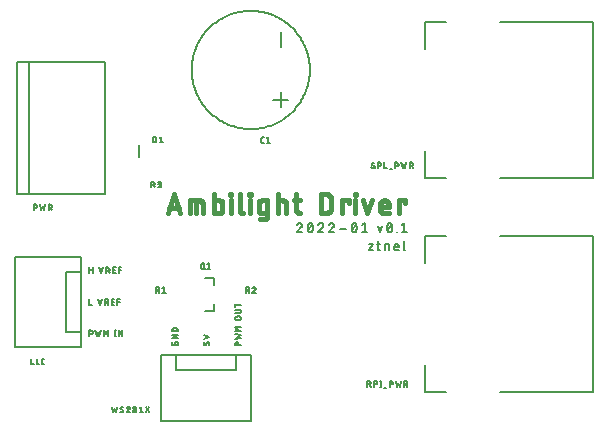
<source format=gbr>
G04 EAGLE Gerber RS-274X export*
G75*
%MOMM*%
%FSLAX34Y34*%
%LPD*%
%INSilkscreen Top*%
%IPPOS*%
%AMOC8*
5,1,8,0,0,1.08239X$1,22.5*%
G01*
%ADD10C,0.127000*%
%ADD11C,0.406400*%
%ADD12C,0.203200*%


D10*
X65405Y76835D02*
X65405Y81661D01*
X66746Y81661D01*
X66817Y81659D01*
X66889Y81653D01*
X66959Y81644D01*
X67029Y81631D01*
X67099Y81614D01*
X67167Y81593D01*
X67234Y81569D01*
X67300Y81541D01*
X67364Y81510D01*
X67427Y81475D01*
X67487Y81437D01*
X67546Y81396D01*
X67602Y81352D01*
X67656Y81305D01*
X67707Y81256D01*
X67755Y81203D01*
X67801Y81148D01*
X67843Y81091D01*
X67883Y81031D01*
X67919Y80970D01*
X67952Y80906D01*
X67981Y80841D01*
X68007Y80775D01*
X68030Y80707D01*
X68049Y80638D01*
X68064Y80568D01*
X68075Y80498D01*
X68083Y80427D01*
X68087Y80356D01*
X68087Y80284D01*
X68083Y80213D01*
X68075Y80142D01*
X68064Y80072D01*
X68049Y80002D01*
X68030Y79933D01*
X68007Y79865D01*
X67981Y79799D01*
X67952Y79734D01*
X67919Y79670D01*
X67883Y79609D01*
X67843Y79549D01*
X67801Y79492D01*
X67755Y79437D01*
X67707Y79384D01*
X67656Y79335D01*
X67602Y79288D01*
X67546Y79244D01*
X67487Y79203D01*
X67427Y79165D01*
X67364Y79130D01*
X67300Y79099D01*
X67234Y79071D01*
X67167Y79047D01*
X67099Y79026D01*
X67029Y79009D01*
X66959Y78996D01*
X66889Y78987D01*
X66817Y78981D01*
X66746Y78979D01*
X66746Y78980D02*
X65405Y78980D01*
X70489Y81661D02*
X71562Y76835D01*
X72634Y80052D01*
X73707Y76835D01*
X74779Y81661D01*
X77792Y81661D02*
X77792Y76835D01*
X79401Y78980D02*
X77792Y81661D01*
X79401Y78980D02*
X81009Y81661D01*
X81009Y76835D01*
X87264Y76835D02*
X87264Y81661D01*
X86728Y76835D02*
X87801Y76835D01*
X87801Y81661D02*
X86728Y81661D01*
X90496Y81661D02*
X90496Y76835D01*
X93177Y76835D02*
X90496Y81661D01*
X93177Y81661D02*
X93177Y76835D01*
X65405Y103505D02*
X65405Y108331D01*
X65405Y103505D02*
X67550Y103505D01*
X74224Y103505D02*
X72615Y108331D01*
X75833Y108331D02*
X74224Y103505D01*
X78616Y103505D02*
X78616Y108331D01*
X79957Y108331D01*
X80028Y108329D01*
X80100Y108323D01*
X80170Y108314D01*
X80240Y108301D01*
X80310Y108284D01*
X80378Y108263D01*
X80445Y108239D01*
X80511Y108211D01*
X80575Y108180D01*
X80638Y108145D01*
X80698Y108107D01*
X80757Y108066D01*
X80813Y108022D01*
X80867Y107975D01*
X80918Y107926D01*
X80966Y107873D01*
X81012Y107818D01*
X81054Y107761D01*
X81094Y107701D01*
X81130Y107640D01*
X81163Y107576D01*
X81192Y107511D01*
X81218Y107445D01*
X81241Y107377D01*
X81260Y107308D01*
X81275Y107238D01*
X81286Y107168D01*
X81294Y107097D01*
X81298Y107026D01*
X81298Y106954D01*
X81294Y106883D01*
X81286Y106812D01*
X81275Y106742D01*
X81260Y106672D01*
X81241Y106603D01*
X81218Y106535D01*
X81192Y106469D01*
X81163Y106404D01*
X81130Y106340D01*
X81094Y106279D01*
X81054Y106219D01*
X81012Y106162D01*
X80966Y106107D01*
X80918Y106054D01*
X80867Y106005D01*
X80813Y105958D01*
X80757Y105914D01*
X80698Y105873D01*
X80638Y105835D01*
X80575Y105800D01*
X80511Y105769D01*
X80445Y105741D01*
X80378Y105717D01*
X80310Y105696D01*
X80240Y105679D01*
X80170Y105666D01*
X80100Y105657D01*
X80028Y105651D01*
X79957Y105649D01*
X79957Y105650D02*
X78616Y105650D01*
X80225Y105650D02*
X81298Y103505D01*
X84242Y103505D02*
X86386Y103505D01*
X84242Y103505D02*
X84242Y108331D01*
X86386Y108331D01*
X85850Y106186D02*
X84242Y106186D01*
X88996Y108331D02*
X88996Y103505D01*
X88996Y108331D02*
X91141Y108331D01*
X91141Y106186D02*
X88996Y106186D01*
X65405Y130175D02*
X65405Y135001D01*
X65405Y132856D02*
X68086Y132856D01*
X68086Y135001D02*
X68086Y130175D01*
X75341Y130175D02*
X73732Y135001D01*
X76950Y135001D02*
X75341Y130175D01*
X79733Y130175D02*
X79733Y135001D01*
X81074Y135001D01*
X81145Y134999D01*
X81217Y134993D01*
X81287Y134984D01*
X81357Y134971D01*
X81427Y134954D01*
X81495Y134933D01*
X81562Y134909D01*
X81628Y134881D01*
X81692Y134850D01*
X81755Y134815D01*
X81815Y134777D01*
X81874Y134736D01*
X81930Y134692D01*
X81984Y134645D01*
X82035Y134596D01*
X82083Y134543D01*
X82129Y134488D01*
X82171Y134431D01*
X82211Y134371D01*
X82247Y134310D01*
X82280Y134246D01*
X82309Y134181D01*
X82335Y134115D01*
X82358Y134047D01*
X82377Y133978D01*
X82392Y133908D01*
X82403Y133838D01*
X82411Y133767D01*
X82415Y133696D01*
X82415Y133624D01*
X82411Y133553D01*
X82403Y133482D01*
X82392Y133412D01*
X82377Y133342D01*
X82358Y133273D01*
X82335Y133205D01*
X82309Y133139D01*
X82280Y133074D01*
X82247Y133010D01*
X82211Y132949D01*
X82171Y132889D01*
X82129Y132832D01*
X82083Y132777D01*
X82035Y132724D01*
X81984Y132675D01*
X81930Y132628D01*
X81874Y132584D01*
X81815Y132543D01*
X81755Y132505D01*
X81692Y132470D01*
X81628Y132439D01*
X81562Y132411D01*
X81495Y132387D01*
X81427Y132366D01*
X81357Y132349D01*
X81287Y132336D01*
X81217Y132327D01*
X81145Y132321D01*
X81074Y132319D01*
X81074Y132320D02*
X79733Y132320D01*
X81342Y132320D02*
X82414Y130175D01*
X85358Y130175D02*
X87503Y130175D01*
X85358Y130175D02*
X85358Y135001D01*
X87503Y135001D01*
X86967Y132856D02*
X85358Y132856D01*
X90113Y135001D02*
X90113Y130175D01*
X90113Y135001D02*
X92258Y135001D01*
X92258Y132856D02*
X90113Y132856D01*
X188849Y69215D02*
X193675Y69215D01*
X188849Y69215D02*
X188849Y70556D01*
X188851Y70627D01*
X188857Y70699D01*
X188866Y70769D01*
X188879Y70839D01*
X188896Y70909D01*
X188917Y70977D01*
X188941Y71044D01*
X188969Y71110D01*
X189000Y71174D01*
X189035Y71237D01*
X189073Y71297D01*
X189114Y71356D01*
X189158Y71412D01*
X189205Y71466D01*
X189254Y71517D01*
X189307Y71565D01*
X189362Y71611D01*
X189419Y71653D01*
X189479Y71693D01*
X189540Y71729D01*
X189604Y71762D01*
X189669Y71791D01*
X189735Y71817D01*
X189803Y71840D01*
X189872Y71859D01*
X189942Y71874D01*
X190012Y71885D01*
X190083Y71893D01*
X190154Y71897D01*
X190226Y71897D01*
X190297Y71893D01*
X190368Y71885D01*
X190438Y71874D01*
X190508Y71859D01*
X190577Y71840D01*
X190645Y71817D01*
X190711Y71791D01*
X190776Y71762D01*
X190840Y71729D01*
X190901Y71693D01*
X190961Y71653D01*
X191018Y71611D01*
X191073Y71565D01*
X191126Y71517D01*
X191175Y71466D01*
X191222Y71412D01*
X191266Y71356D01*
X191307Y71297D01*
X191345Y71237D01*
X191380Y71174D01*
X191411Y71110D01*
X191439Y71044D01*
X191463Y70977D01*
X191484Y70909D01*
X191501Y70839D01*
X191514Y70769D01*
X191523Y70699D01*
X191529Y70627D01*
X191531Y70556D01*
X191530Y70556D02*
X191530Y69215D01*
X188849Y74299D02*
X193675Y75372D01*
X190458Y76444D01*
X193675Y77517D01*
X188849Y78589D01*
X188849Y81602D02*
X193675Y81602D01*
X191530Y83211D02*
X188849Y81602D01*
X191530Y83211D02*
X188849Y84819D01*
X193675Y84819D01*
X192334Y90831D02*
X190190Y90831D01*
X190119Y90833D01*
X190047Y90839D01*
X189977Y90848D01*
X189907Y90861D01*
X189837Y90878D01*
X189769Y90899D01*
X189702Y90923D01*
X189636Y90951D01*
X189572Y90982D01*
X189509Y91017D01*
X189449Y91055D01*
X189390Y91096D01*
X189334Y91140D01*
X189280Y91187D01*
X189229Y91236D01*
X189181Y91289D01*
X189135Y91344D01*
X189093Y91401D01*
X189053Y91461D01*
X189017Y91522D01*
X188984Y91586D01*
X188955Y91651D01*
X188929Y91717D01*
X188906Y91785D01*
X188887Y91854D01*
X188872Y91924D01*
X188861Y91994D01*
X188853Y92065D01*
X188849Y92136D01*
X188849Y92208D01*
X188853Y92279D01*
X188861Y92350D01*
X188872Y92420D01*
X188887Y92490D01*
X188906Y92559D01*
X188929Y92627D01*
X188955Y92693D01*
X188984Y92758D01*
X189017Y92822D01*
X189053Y92883D01*
X189093Y92943D01*
X189135Y93000D01*
X189181Y93055D01*
X189229Y93108D01*
X189280Y93157D01*
X189334Y93204D01*
X189390Y93248D01*
X189449Y93289D01*
X189509Y93327D01*
X189572Y93362D01*
X189636Y93393D01*
X189702Y93421D01*
X189769Y93445D01*
X189837Y93466D01*
X189907Y93483D01*
X189977Y93496D01*
X190047Y93505D01*
X190119Y93511D01*
X190190Y93513D01*
X190190Y93512D02*
X192334Y93512D01*
X192334Y93513D02*
X192405Y93511D01*
X192477Y93505D01*
X192547Y93496D01*
X192617Y93483D01*
X192687Y93466D01*
X192755Y93445D01*
X192822Y93421D01*
X192888Y93393D01*
X192952Y93362D01*
X193015Y93327D01*
X193075Y93289D01*
X193134Y93248D01*
X193190Y93204D01*
X193244Y93157D01*
X193295Y93108D01*
X193343Y93055D01*
X193389Y93000D01*
X193431Y92943D01*
X193471Y92883D01*
X193507Y92822D01*
X193540Y92758D01*
X193569Y92693D01*
X193595Y92627D01*
X193618Y92559D01*
X193637Y92490D01*
X193652Y92420D01*
X193663Y92350D01*
X193671Y92279D01*
X193675Y92208D01*
X193675Y92136D01*
X193671Y92065D01*
X193663Y91994D01*
X193652Y91924D01*
X193637Y91854D01*
X193618Y91785D01*
X193595Y91717D01*
X193569Y91651D01*
X193540Y91586D01*
X193507Y91522D01*
X193471Y91461D01*
X193431Y91401D01*
X193389Y91344D01*
X193343Y91289D01*
X193295Y91236D01*
X193244Y91187D01*
X193190Y91140D01*
X193134Y91096D01*
X193075Y91055D01*
X193015Y91017D01*
X192952Y90982D01*
X192888Y90951D01*
X192822Y90923D01*
X192755Y90899D01*
X192687Y90878D01*
X192617Y90861D01*
X192547Y90848D01*
X192477Y90839D01*
X192405Y90833D01*
X192334Y90831D01*
X192334Y96500D02*
X188849Y96500D01*
X192334Y96500D02*
X192405Y96502D01*
X192477Y96508D01*
X192547Y96517D01*
X192617Y96530D01*
X192687Y96547D01*
X192755Y96568D01*
X192822Y96592D01*
X192888Y96620D01*
X192952Y96651D01*
X193015Y96686D01*
X193075Y96724D01*
X193134Y96765D01*
X193190Y96809D01*
X193244Y96856D01*
X193295Y96905D01*
X193343Y96958D01*
X193389Y97013D01*
X193431Y97070D01*
X193471Y97130D01*
X193507Y97191D01*
X193540Y97255D01*
X193569Y97320D01*
X193595Y97386D01*
X193618Y97454D01*
X193637Y97523D01*
X193652Y97593D01*
X193663Y97663D01*
X193671Y97734D01*
X193675Y97805D01*
X193675Y97877D01*
X193671Y97948D01*
X193663Y98019D01*
X193652Y98089D01*
X193637Y98159D01*
X193618Y98228D01*
X193595Y98296D01*
X193569Y98362D01*
X193540Y98427D01*
X193507Y98491D01*
X193471Y98552D01*
X193431Y98612D01*
X193389Y98669D01*
X193343Y98724D01*
X193295Y98777D01*
X193244Y98826D01*
X193190Y98873D01*
X193134Y98917D01*
X193075Y98958D01*
X193015Y98996D01*
X192952Y99031D01*
X192888Y99062D01*
X192822Y99090D01*
X192755Y99114D01*
X192687Y99135D01*
X192617Y99152D01*
X192547Y99165D01*
X192477Y99174D01*
X192405Y99180D01*
X192334Y99182D01*
X188849Y99182D01*
X188849Y103144D02*
X193675Y103144D01*
X188849Y101804D02*
X188849Y104485D01*
X167005Y70824D02*
X167005Y69215D01*
X167005Y70824D02*
X167003Y70889D01*
X166997Y70953D01*
X166987Y71017D01*
X166974Y71081D01*
X166956Y71143D01*
X166935Y71204D01*
X166911Y71264D01*
X166882Y71322D01*
X166850Y71379D01*
X166815Y71433D01*
X166777Y71485D01*
X166735Y71535D01*
X166691Y71582D01*
X166644Y71626D01*
X166594Y71668D01*
X166542Y71706D01*
X166488Y71741D01*
X166431Y71773D01*
X166373Y71802D01*
X166313Y71826D01*
X166252Y71847D01*
X166190Y71865D01*
X166126Y71878D01*
X166062Y71888D01*
X165998Y71894D01*
X165933Y71896D01*
X165396Y71896D01*
X165331Y71894D01*
X165267Y71888D01*
X165203Y71878D01*
X165139Y71865D01*
X165077Y71847D01*
X165016Y71826D01*
X164956Y71802D01*
X164898Y71773D01*
X164841Y71741D01*
X164787Y71706D01*
X164735Y71668D01*
X164685Y71626D01*
X164638Y71582D01*
X164594Y71535D01*
X164552Y71485D01*
X164514Y71433D01*
X164479Y71379D01*
X164447Y71322D01*
X164418Y71264D01*
X164394Y71204D01*
X164373Y71143D01*
X164355Y71081D01*
X164342Y71017D01*
X164332Y70953D01*
X164326Y70889D01*
X164324Y70824D01*
X164324Y69215D01*
X162179Y69215D01*
X162179Y71896D01*
X162179Y74433D02*
X167005Y76042D01*
X162179Y77651D01*
X137654Y71896D02*
X137654Y71092D01*
X137654Y71896D02*
X140335Y71896D01*
X140335Y70287D01*
X140333Y70222D01*
X140327Y70158D01*
X140317Y70094D01*
X140304Y70030D01*
X140286Y69968D01*
X140265Y69907D01*
X140241Y69847D01*
X140212Y69789D01*
X140180Y69732D01*
X140145Y69678D01*
X140107Y69626D01*
X140065Y69576D01*
X140021Y69529D01*
X139974Y69485D01*
X139924Y69443D01*
X139872Y69405D01*
X139818Y69370D01*
X139761Y69338D01*
X139703Y69309D01*
X139643Y69285D01*
X139582Y69264D01*
X139520Y69246D01*
X139456Y69233D01*
X139392Y69223D01*
X139328Y69217D01*
X139263Y69215D01*
X136581Y69215D01*
X136516Y69217D01*
X136452Y69223D01*
X136388Y69233D01*
X136324Y69246D01*
X136262Y69264D01*
X136201Y69285D01*
X136141Y69310D01*
X136082Y69338D01*
X136026Y69370D01*
X135971Y69405D01*
X135919Y69443D01*
X135869Y69485D01*
X135822Y69529D01*
X135778Y69576D01*
X135736Y69626D01*
X135698Y69678D01*
X135663Y69733D01*
X135631Y69789D01*
X135603Y69848D01*
X135578Y69907D01*
X135557Y69969D01*
X135539Y70031D01*
X135526Y70095D01*
X135516Y70159D01*
X135510Y70223D01*
X135508Y70288D01*
X135509Y70287D02*
X135509Y71896D01*
X135509Y75067D02*
X140335Y75067D01*
X140335Y77748D02*
X135509Y75067D01*
X135509Y77748D02*
X140335Y77748D01*
X140335Y80919D02*
X135509Y80919D01*
X135509Y82260D01*
X135511Y82330D01*
X135516Y82400D01*
X135526Y82470D01*
X135538Y82539D01*
X135555Y82607D01*
X135575Y82674D01*
X135598Y82741D01*
X135625Y82805D01*
X135655Y82869D01*
X135689Y82931D01*
X135725Y82990D01*
X135765Y83048D01*
X135808Y83104D01*
X135853Y83157D01*
X135902Y83208D01*
X135953Y83257D01*
X136006Y83302D01*
X136062Y83345D01*
X136120Y83385D01*
X136180Y83421D01*
X136241Y83455D01*
X136305Y83485D01*
X136369Y83512D01*
X136436Y83535D01*
X136503Y83555D01*
X136571Y83572D01*
X136640Y83584D01*
X136710Y83594D01*
X136780Y83599D01*
X136850Y83601D01*
X136850Y83600D02*
X138994Y83600D01*
X138994Y83601D02*
X139064Y83599D01*
X139134Y83594D01*
X139204Y83584D01*
X139273Y83572D01*
X139341Y83555D01*
X139408Y83535D01*
X139475Y83512D01*
X139539Y83485D01*
X139603Y83455D01*
X139665Y83421D01*
X139724Y83385D01*
X139782Y83345D01*
X139838Y83302D01*
X139891Y83257D01*
X139942Y83208D01*
X139991Y83157D01*
X140036Y83104D01*
X140079Y83048D01*
X140119Y82990D01*
X140155Y82930D01*
X140189Y82869D01*
X140219Y82805D01*
X140246Y82741D01*
X140269Y82674D01*
X140289Y82607D01*
X140306Y82539D01*
X140318Y82470D01*
X140328Y82400D01*
X140333Y82330D01*
X140335Y82260D01*
X140335Y80919D01*
D11*
X131572Y181102D02*
X136884Y197038D01*
X142196Y181102D01*
X140868Y185086D02*
X132900Y185086D01*
X150547Y181102D02*
X150547Y191726D01*
X158515Y191726D01*
X158617Y191724D01*
X158718Y191718D01*
X158820Y191708D01*
X158920Y191695D01*
X159021Y191677D01*
X159120Y191656D01*
X159219Y191631D01*
X159316Y191602D01*
X159413Y191570D01*
X159508Y191533D01*
X159601Y191494D01*
X159694Y191450D01*
X159784Y191403D01*
X159872Y191353D01*
X159959Y191299D01*
X160043Y191242D01*
X160125Y191182D01*
X160205Y191119D01*
X160282Y191053D01*
X160357Y190984D01*
X160429Y190912D01*
X160498Y190837D01*
X160564Y190760D01*
X160627Y190680D01*
X160687Y190598D01*
X160744Y190514D01*
X160798Y190427D01*
X160848Y190339D01*
X160895Y190249D01*
X160939Y190156D01*
X160978Y190063D01*
X161015Y189968D01*
X161047Y189871D01*
X161076Y189774D01*
X161101Y189675D01*
X161122Y189576D01*
X161140Y189475D01*
X161153Y189375D01*
X161163Y189273D01*
X161169Y189172D01*
X161171Y189070D01*
X161171Y181102D01*
X155859Y181102D02*
X155859Y191726D01*
X170858Y197038D02*
X170858Y181102D01*
X175285Y181102D01*
X175387Y181104D01*
X175488Y181110D01*
X175590Y181120D01*
X175690Y181133D01*
X175791Y181151D01*
X175890Y181172D01*
X175989Y181197D01*
X176086Y181226D01*
X176183Y181258D01*
X176278Y181295D01*
X176371Y181334D01*
X176464Y181378D01*
X176554Y181425D01*
X176642Y181475D01*
X176729Y181529D01*
X176813Y181586D01*
X176895Y181646D01*
X176975Y181709D01*
X177052Y181775D01*
X177127Y181844D01*
X177199Y181916D01*
X177268Y181991D01*
X177334Y182068D01*
X177397Y182148D01*
X177457Y182230D01*
X177514Y182314D01*
X177568Y182401D01*
X177618Y182489D01*
X177665Y182579D01*
X177709Y182672D01*
X177748Y182765D01*
X177785Y182860D01*
X177817Y182957D01*
X177846Y183054D01*
X177871Y183153D01*
X177892Y183252D01*
X177910Y183353D01*
X177923Y183453D01*
X177933Y183555D01*
X177939Y183656D01*
X177941Y183758D01*
X177941Y189070D01*
X177939Y189172D01*
X177933Y189273D01*
X177923Y189375D01*
X177910Y189475D01*
X177892Y189576D01*
X177871Y189675D01*
X177846Y189774D01*
X177817Y189871D01*
X177785Y189968D01*
X177748Y190063D01*
X177709Y190156D01*
X177665Y190249D01*
X177618Y190339D01*
X177568Y190427D01*
X177514Y190514D01*
X177457Y190598D01*
X177397Y190680D01*
X177334Y190760D01*
X177268Y190837D01*
X177199Y190912D01*
X177127Y190984D01*
X177052Y191053D01*
X176975Y191119D01*
X176895Y191182D01*
X176813Y191242D01*
X176729Y191299D01*
X176642Y191353D01*
X176554Y191403D01*
X176464Y191450D01*
X176371Y191494D01*
X176278Y191533D01*
X176183Y191570D01*
X176086Y191602D01*
X175989Y191631D01*
X175890Y191656D01*
X175791Y191677D01*
X175690Y191695D01*
X175590Y191708D01*
X175488Y191718D01*
X175387Y191724D01*
X175285Y191726D01*
X170858Y191726D01*
X185184Y191726D02*
X185184Y181102D01*
X184741Y196153D02*
X184741Y197038D01*
X185627Y197038D01*
X185627Y196153D01*
X184741Y196153D01*
X192603Y197038D02*
X192603Y183758D01*
X192605Y183656D01*
X192611Y183555D01*
X192621Y183453D01*
X192634Y183353D01*
X192652Y183252D01*
X192673Y183153D01*
X192698Y183054D01*
X192727Y182957D01*
X192759Y182860D01*
X192796Y182765D01*
X192835Y182672D01*
X192879Y182579D01*
X192926Y182489D01*
X192976Y182401D01*
X193030Y182314D01*
X193087Y182230D01*
X193147Y182148D01*
X193210Y182068D01*
X193276Y181991D01*
X193345Y181916D01*
X193417Y181844D01*
X193492Y181775D01*
X193569Y181709D01*
X193649Y181646D01*
X193731Y181586D01*
X193815Y181529D01*
X193902Y181475D01*
X193990Y181425D01*
X194080Y181378D01*
X194173Y181334D01*
X194266Y181295D01*
X194361Y181258D01*
X194458Y181226D01*
X194555Y181197D01*
X194654Y181172D01*
X194753Y181151D01*
X194854Y181133D01*
X194954Y181120D01*
X195056Y181110D01*
X195157Y181104D01*
X195259Y181102D01*
X201284Y181102D02*
X201284Y191726D01*
X200841Y196153D02*
X200841Y197038D01*
X201727Y197038D01*
X201727Y196153D01*
X200841Y196153D01*
X211183Y181102D02*
X215610Y181102D01*
X211183Y181102D02*
X211081Y181104D01*
X210980Y181110D01*
X210878Y181120D01*
X210778Y181133D01*
X210677Y181151D01*
X210578Y181172D01*
X210479Y181197D01*
X210382Y181226D01*
X210285Y181258D01*
X210190Y181295D01*
X210097Y181334D01*
X210004Y181378D01*
X209914Y181425D01*
X209826Y181475D01*
X209739Y181529D01*
X209655Y181586D01*
X209573Y181646D01*
X209493Y181709D01*
X209416Y181775D01*
X209341Y181844D01*
X209269Y181916D01*
X209200Y181991D01*
X209134Y182068D01*
X209071Y182148D01*
X209011Y182230D01*
X208954Y182314D01*
X208900Y182401D01*
X208850Y182489D01*
X208803Y182579D01*
X208759Y182672D01*
X208720Y182765D01*
X208683Y182860D01*
X208651Y182957D01*
X208622Y183054D01*
X208597Y183153D01*
X208576Y183252D01*
X208558Y183353D01*
X208545Y183453D01*
X208535Y183555D01*
X208529Y183656D01*
X208527Y183758D01*
X208527Y189070D01*
X208529Y189172D01*
X208535Y189273D01*
X208545Y189375D01*
X208558Y189475D01*
X208576Y189576D01*
X208597Y189675D01*
X208622Y189774D01*
X208651Y189871D01*
X208683Y189968D01*
X208720Y190063D01*
X208759Y190156D01*
X208803Y190249D01*
X208850Y190339D01*
X208900Y190427D01*
X208954Y190514D01*
X209011Y190598D01*
X209071Y190680D01*
X209134Y190760D01*
X209200Y190837D01*
X209269Y190912D01*
X209341Y190984D01*
X209416Y191053D01*
X209493Y191119D01*
X209573Y191182D01*
X209655Y191242D01*
X209739Y191299D01*
X209826Y191353D01*
X209914Y191403D01*
X210004Y191450D01*
X210097Y191494D01*
X210190Y191533D01*
X210285Y191570D01*
X210382Y191602D01*
X210479Y191631D01*
X210578Y191656D01*
X210677Y191677D01*
X210778Y191695D01*
X210878Y191708D01*
X210980Y191718D01*
X211081Y191724D01*
X211183Y191726D01*
X215610Y191726D01*
X215610Y178446D01*
X215608Y178344D01*
X215602Y178243D01*
X215592Y178141D01*
X215579Y178041D01*
X215561Y177940D01*
X215540Y177841D01*
X215515Y177742D01*
X215486Y177645D01*
X215454Y177548D01*
X215417Y177453D01*
X215378Y177360D01*
X215334Y177267D01*
X215287Y177177D01*
X215237Y177089D01*
X215183Y177002D01*
X215126Y176918D01*
X215066Y176836D01*
X215003Y176756D01*
X214937Y176679D01*
X214868Y176604D01*
X214796Y176532D01*
X214721Y176463D01*
X214644Y176397D01*
X214564Y176334D01*
X214482Y176274D01*
X214398Y176217D01*
X214311Y176163D01*
X214223Y176113D01*
X214133Y176066D01*
X214040Y176022D01*
X213947Y175983D01*
X213852Y175946D01*
X213755Y175914D01*
X213658Y175885D01*
X213559Y175860D01*
X213460Y175839D01*
X213359Y175821D01*
X213259Y175808D01*
X213157Y175798D01*
X213056Y175792D01*
X212954Y175790D01*
X209412Y175790D01*
X224768Y181102D02*
X224768Y197038D01*
X224768Y191726D02*
X229194Y191726D01*
X229296Y191724D01*
X229397Y191718D01*
X229499Y191708D01*
X229599Y191695D01*
X229700Y191677D01*
X229799Y191656D01*
X229898Y191631D01*
X229995Y191602D01*
X230092Y191570D01*
X230187Y191533D01*
X230280Y191494D01*
X230373Y191450D01*
X230463Y191403D01*
X230551Y191353D01*
X230638Y191299D01*
X230722Y191242D01*
X230804Y191182D01*
X230884Y191119D01*
X230961Y191053D01*
X231036Y190984D01*
X231108Y190912D01*
X231177Y190837D01*
X231243Y190760D01*
X231306Y190680D01*
X231366Y190598D01*
X231423Y190514D01*
X231477Y190427D01*
X231527Y190339D01*
X231574Y190249D01*
X231618Y190156D01*
X231657Y190063D01*
X231694Y189968D01*
X231726Y189871D01*
X231755Y189774D01*
X231780Y189675D01*
X231801Y189576D01*
X231819Y189475D01*
X231832Y189375D01*
X231842Y189273D01*
X231848Y189172D01*
X231850Y189070D01*
X231850Y181102D01*
X238652Y191726D02*
X243964Y191726D01*
X240423Y197038D02*
X240423Y183758D01*
X240425Y183656D01*
X240431Y183555D01*
X240441Y183453D01*
X240454Y183353D01*
X240472Y183252D01*
X240493Y183153D01*
X240518Y183054D01*
X240547Y182957D01*
X240579Y182860D01*
X240616Y182765D01*
X240655Y182672D01*
X240699Y182579D01*
X240746Y182489D01*
X240796Y182401D01*
X240850Y182314D01*
X240907Y182230D01*
X240967Y182148D01*
X241030Y182068D01*
X241096Y181991D01*
X241165Y181916D01*
X241237Y181844D01*
X241312Y181775D01*
X241389Y181709D01*
X241469Y181646D01*
X241551Y181586D01*
X241635Y181529D01*
X241722Y181475D01*
X241810Y181425D01*
X241900Y181378D01*
X241993Y181334D01*
X242086Y181295D01*
X242181Y181258D01*
X242278Y181226D01*
X242375Y181197D01*
X242474Y181172D01*
X242573Y181151D01*
X242674Y181133D01*
X242774Y181120D01*
X242876Y181110D01*
X242977Y181104D01*
X243079Y181102D01*
X243964Y181102D01*
X261257Y181102D02*
X261257Y197038D01*
X265684Y197038D01*
X265815Y197036D01*
X265946Y197030D01*
X266077Y197021D01*
X266208Y197007D01*
X266338Y196989D01*
X266467Y196968D01*
X266596Y196943D01*
X266724Y196914D01*
X266851Y196881D01*
X266977Y196845D01*
X267102Y196805D01*
X267225Y196761D01*
X267348Y196713D01*
X267469Y196662D01*
X267588Y196608D01*
X267706Y196550D01*
X267821Y196488D01*
X267935Y196423D01*
X268047Y196354D01*
X268157Y196283D01*
X268265Y196208D01*
X268370Y196130D01*
X268473Y196049D01*
X268574Y195964D01*
X268672Y195877D01*
X268768Y195787D01*
X268860Y195695D01*
X268950Y195599D01*
X269038Y195501D01*
X269122Y195400D01*
X269203Y195297D01*
X269281Y195192D01*
X269356Y195084D01*
X269427Y194974D01*
X269496Y194862D01*
X269561Y194748D01*
X269623Y194632D01*
X269681Y194515D01*
X269735Y194396D01*
X269786Y194275D01*
X269834Y194152D01*
X269878Y194029D01*
X269918Y193904D01*
X269954Y193778D01*
X269987Y193651D01*
X270016Y193523D01*
X270041Y193394D01*
X270062Y193265D01*
X270080Y193135D01*
X270094Y193004D01*
X270103Y192873D01*
X270109Y192742D01*
X270111Y192611D01*
X270110Y192611D02*
X270110Y185529D01*
X270111Y185529D02*
X270109Y185398D01*
X270103Y185267D01*
X270094Y185136D01*
X270080Y185005D01*
X270062Y184875D01*
X270041Y184746D01*
X270016Y184617D01*
X269987Y184489D01*
X269954Y184362D01*
X269918Y184236D01*
X269878Y184111D01*
X269834Y183988D01*
X269786Y183865D01*
X269735Y183744D01*
X269681Y183625D01*
X269623Y183508D01*
X269561Y183392D01*
X269496Y183278D01*
X269427Y183166D01*
X269356Y183056D01*
X269281Y182948D01*
X269203Y182843D01*
X269122Y182740D01*
X269038Y182639D01*
X268950Y182541D01*
X268860Y182445D01*
X268768Y182353D01*
X268672Y182263D01*
X268574Y182176D01*
X268473Y182091D01*
X268370Y182010D01*
X268265Y181932D01*
X268157Y181857D01*
X268047Y181786D01*
X267935Y181717D01*
X267821Y181652D01*
X267706Y181590D01*
X267588Y181532D01*
X267469Y181478D01*
X267348Y181427D01*
X267226Y181379D01*
X267102Y181335D01*
X266977Y181295D01*
X266851Y181259D01*
X266724Y181226D01*
X266596Y181197D01*
X266467Y181172D01*
X266338Y181151D01*
X266208Y181133D01*
X266077Y181119D01*
X265946Y181110D01*
X265815Y181104D01*
X265684Y181102D01*
X261257Y181102D01*
X279559Y181102D02*
X279559Y191726D01*
X284871Y191726D01*
X284871Y189955D01*
X290409Y191726D02*
X290409Y181102D01*
X289966Y196153D02*
X289966Y197038D01*
X290851Y197038D01*
X290851Y196153D01*
X289966Y196153D01*
X297217Y191726D02*
X300759Y181102D01*
X304300Y191726D01*
X314248Y181102D02*
X318675Y181102D01*
X314248Y181102D02*
X314146Y181104D01*
X314045Y181110D01*
X313943Y181120D01*
X313843Y181133D01*
X313742Y181151D01*
X313643Y181172D01*
X313544Y181197D01*
X313447Y181226D01*
X313350Y181258D01*
X313255Y181295D01*
X313162Y181334D01*
X313069Y181378D01*
X312979Y181425D01*
X312891Y181475D01*
X312804Y181529D01*
X312720Y181586D01*
X312638Y181646D01*
X312558Y181709D01*
X312481Y181775D01*
X312406Y181844D01*
X312334Y181916D01*
X312265Y181991D01*
X312199Y182068D01*
X312136Y182148D01*
X312076Y182230D01*
X312019Y182314D01*
X311965Y182401D01*
X311915Y182489D01*
X311868Y182579D01*
X311824Y182672D01*
X311785Y182765D01*
X311748Y182860D01*
X311716Y182957D01*
X311687Y183054D01*
X311662Y183153D01*
X311641Y183252D01*
X311623Y183353D01*
X311610Y183453D01*
X311600Y183555D01*
X311594Y183656D01*
X311592Y183758D01*
X311592Y188185D01*
X311593Y188185D02*
X311595Y188303D01*
X311601Y188422D01*
X311611Y188539D01*
X311625Y188657D01*
X311642Y188774D01*
X311664Y188890D01*
X311689Y189006D01*
X311719Y189121D01*
X311752Y189234D01*
X311789Y189347D01*
X311830Y189458D01*
X311874Y189567D01*
X311922Y189676D01*
X311974Y189782D01*
X312029Y189887D01*
X312087Y189990D01*
X312149Y190090D01*
X312215Y190189D01*
X312283Y190285D01*
X312355Y190380D01*
X312430Y190471D01*
X312508Y190560D01*
X312589Y190647D01*
X312672Y190730D01*
X312759Y190811D01*
X312848Y190889D01*
X312939Y190964D01*
X313034Y191036D01*
X313130Y191104D01*
X313229Y191170D01*
X313329Y191232D01*
X313432Y191290D01*
X313537Y191345D01*
X313643Y191397D01*
X313752Y191445D01*
X313861Y191489D01*
X313972Y191530D01*
X314085Y191567D01*
X314198Y191600D01*
X314313Y191630D01*
X314429Y191655D01*
X314545Y191677D01*
X314662Y191694D01*
X314780Y191708D01*
X314897Y191718D01*
X315016Y191724D01*
X315134Y191726D01*
X315252Y191724D01*
X315371Y191718D01*
X315488Y191708D01*
X315606Y191694D01*
X315723Y191677D01*
X315839Y191655D01*
X315955Y191630D01*
X316070Y191600D01*
X316183Y191567D01*
X316296Y191530D01*
X316407Y191489D01*
X316516Y191445D01*
X316625Y191397D01*
X316731Y191345D01*
X316836Y191290D01*
X316939Y191232D01*
X317039Y191170D01*
X317138Y191104D01*
X317234Y191036D01*
X317329Y190964D01*
X317420Y190889D01*
X317509Y190811D01*
X317596Y190730D01*
X317679Y190647D01*
X317760Y190560D01*
X317838Y190471D01*
X317913Y190380D01*
X317985Y190285D01*
X318053Y190189D01*
X318119Y190090D01*
X318181Y189990D01*
X318239Y189887D01*
X318294Y189782D01*
X318346Y189676D01*
X318394Y189567D01*
X318438Y189458D01*
X318479Y189347D01*
X318516Y189234D01*
X318549Y189121D01*
X318579Y189006D01*
X318604Y188890D01*
X318626Y188774D01*
X318643Y188657D01*
X318657Y188539D01*
X318667Y188422D01*
X318673Y188303D01*
X318675Y188185D01*
X318675Y186414D01*
X311592Y186414D01*
X327284Y181102D02*
X327284Y191726D01*
X332596Y191726D01*
X332596Y189955D01*
D12*
X245473Y170822D02*
X245471Y170909D01*
X245465Y170996D01*
X245456Y171082D01*
X245443Y171168D01*
X245426Y171253D01*
X245405Y171338D01*
X245381Y171421D01*
X245353Y171503D01*
X245321Y171584D01*
X245286Y171664D01*
X245248Y171742D01*
X245206Y171818D01*
X245161Y171892D01*
X245113Y171965D01*
X245061Y172035D01*
X245007Y172102D01*
X244950Y172168D01*
X244890Y172231D01*
X244827Y172291D01*
X244761Y172348D01*
X244694Y172402D01*
X244624Y172454D01*
X244551Y172502D01*
X244477Y172547D01*
X244401Y172589D01*
X244323Y172627D01*
X244243Y172662D01*
X244162Y172694D01*
X244080Y172722D01*
X243997Y172746D01*
X243912Y172767D01*
X243827Y172784D01*
X243741Y172797D01*
X243655Y172806D01*
X243568Y172812D01*
X243481Y172814D01*
X243380Y172812D01*
X243280Y172806D01*
X243180Y172796D01*
X243080Y172782D01*
X242981Y172765D01*
X242883Y172743D01*
X242786Y172718D01*
X242690Y172689D01*
X242595Y172656D01*
X242501Y172619D01*
X242409Y172579D01*
X242318Y172535D01*
X242230Y172487D01*
X242143Y172436D01*
X242058Y172382D01*
X241976Y172325D01*
X241896Y172264D01*
X241818Y172200D01*
X241743Y172133D01*
X241670Y172063D01*
X241601Y171991D01*
X241534Y171916D01*
X241470Y171838D01*
X241410Y171758D01*
X241352Y171675D01*
X241298Y171590D01*
X241247Y171504D01*
X241200Y171415D01*
X241156Y171324D01*
X241116Y171232D01*
X241079Y171138D01*
X241046Y171043D01*
X244809Y169272D02*
X244874Y169337D01*
X244935Y169404D01*
X244994Y169473D01*
X245050Y169545D01*
X245103Y169620D01*
X245153Y169696D01*
X245199Y169775D01*
X245242Y169855D01*
X245282Y169937D01*
X245317Y170021D01*
X245350Y170106D01*
X245378Y170193D01*
X245403Y170281D01*
X245425Y170369D01*
X245442Y170459D01*
X245456Y170549D01*
X245465Y170640D01*
X245471Y170731D01*
X245473Y170822D01*
X244809Y169273D02*
X241046Y164846D01*
X245473Y164846D01*
X250046Y168830D02*
X250048Y168987D01*
X250053Y169143D01*
X250063Y169300D01*
X250076Y169456D01*
X250093Y169612D01*
X250113Y169767D01*
X250137Y169922D01*
X250165Y170076D01*
X250197Y170230D01*
X250232Y170383D01*
X250271Y170535D01*
X250314Y170685D01*
X250360Y170835D01*
X250409Y170984D01*
X250463Y171131D01*
X250519Y171278D01*
X250579Y171422D01*
X250643Y171566D01*
X250710Y171707D01*
X250737Y171780D01*
X250767Y171852D01*
X250801Y171923D01*
X250838Y171991D01*
X250879Y172058D01*
X250923Y172123D01*
X250969Y172186D01*
X251019Y172246D01*
X251071Y172304D01*
X251127Y172359D01*
X251184Y172412D01*
X251244Y172462D01*
X251307Y172509D01*
X251372Y172553D01*
X251438Y172594D01*
X251507Y172631D01*
X251577Y172665D01*
X251649Y172696D01*
X251722Y172723D01*
X251796Y172747D01*
X251872Y172768D01*
X251948Y172784D01*
X252025Y172797D01*
X252103Y172807D01*
X252181Y172812D01*
X252259Y172814D01*
X252337Y172812D01*
X252415Y172807D01*
X252493Y172797D01*
X252570Y172784D01*
X252646Y172768D01*
X252722Y172747D01*
X252796Y172723D01*
X252869Y172696D01*
X252941Y172665D01*
X253011Y172631D01*
X253080Y172594D01*
X253146Y172553D01*
X253211Y172509D01*
X253274Y172462D01*
X253334Y172412D01*
X253391Y172359D01*
X253447Y172304D01*
X253499Y172246D01*
X253549Y172186D01*
X253595Y172123D01*
X253639Y172058D01*
X253680Y171991D01*
X253717Y171923D01*
X253751Y171852D01*
X253781Y171780D01*
X253808Y171707D01*
X253809Y171707D02*
X253876Y171566D01*
X253940Y171422D01*
X254000Y171278D01*
X254056Y171131D01*
X254110Y170984D01*
X254159Y170835D01*
X254205Y170685D01*
X254248Y170535D01*
X254287Y170383D01*
X254322Y170230D01*
X254354Y170076D01*
X254382Y169922D01*
X254406Y169767D01*
X254426Y169612D01*
X254443Y169456D01*
X254456Y169300D01*
X254466Y169143D01*
X254471Y168987D01*
X254473Y168830D01*
X250046Y168830D02*
X250048Y168673D01*
X250053Y168517D01*
X250063Y168360D01*
X250076Y168204D01*
X250093Y168048D01*
X250113Y167893D01*
X250137Y167738D01*
X250165Y167584D01*
X250197Y167430D01*
X250232Y167277D01*
X250271Y167125D01*
X250314Y166975D01*
X250360Y166825D01*
X250409Y166676D01*
X250463Y166529D01*
X250519Y166383D01*
X250579Y166238D01*
X250643Y166095D01*
X250710Y165953D01*
X250737Y165879D01*
X250767Y165808D01*
X250801Y165737D01*
X250838Y165669D01*
X250879Y165602D01*
X250923Y165537D01*
X250969Y165474D01*
X251019Y165414D01*
X251071Y165356D01*
X251127Y165301D01*
X251184Y165248D01*
X251244Y165198D01*
X251307Y165151D01*
X251372Y165107D01*
X251438Y165066D01*
X251507Y165029D01*
X251577Y164995D01*
X251649Y164964D01*
X251722Y164937D01*
X251796Y164913D01*
X251872Y164892D01*
X251948Y164876D01*
X252025Y164863D01*
X252103Y164853D01*
X252181Y164848D01*
X252259Y164846D01*
X253808Y165953D02*
X253875Y166095D01*
X253939Y166238D01*
X253999Y166383D01*
X254055Y166529D01*
X254109Y166676D01*
X254158Y166825D01*
X254204Y166975D01*
X254247Y167125D01*
X254286Y167277D01*
X254321Y167430D01*
X254353Y167584D01*
X254381Y167738D01*
X254405Y167893D01*
X254425Y168048D01*
X254442Y168204D01*
X254455Y168360D01*
X254465Y168517D01*
X254470Y168673D01*
X254472Y168830D01*
X253808Y165953D02*
X253781Y165879D01*
X253751Y165808D01*
X253717Y165737D01*
X253680Y165668D01*
X253639Y165602D01*
X253595Y165537D01*
X253549Y165474D01*
X253499Y165414D01*
X253447Y165356D01*
X253391Y165301D01*
X253334Y165248D01*
X253274Y165198D01*
X253211Y165151D01*
X253146Y165107D01*
X253080Y165066D01*
X253011Y165029D01*
X252941Y164995D01*
X252869Y164964D01*
X252796Y164937D01*
X252722Y164913D01*
X252646Y164892D01*
X252570Y164876D01*
X252493Y164863D01*
X252415Y164853D01*
X252337Y164848D01*
X252259Y164846D01*
X250489Y166617D02*
X254030Y171043D01*
X261481Y172814D02*
X261568Y172812D01*
X261655Y172806D01*
X261741Y172797D01*
X261827Y172784D01*
X261912Y172767D01*
X261997Y172746D01*
X262080Y172722D01*
X262162Y172694D01*
X262243Y172662D01*
X262323Y172627D01*
X262401Y172589D01*
X262477Y172547D01*
X262551Y172502D01*
X262624Y172454D01*
X262694Y172402D01*
X262761Y172348D01*
X262827Y172291D01*
X262890Y172231D01*
X262950Y172168D01*
X263007Y172102D01*
X263061Y172035D01*
X263113Y171965D01*
X263161Y171892D01*
X263206Y171818D01*
X263248Y171742D01*
X263286Y171664D01*
X263321Y171584D01*
X263353Y171503D01*
X263381Y171421D01*
X263405Y171338D01*
X263426Y171253D01*
X263443Y171168D01*
X263456Y171082D01*
X263465Y170996D01*
X263471Y170909D01*
X263473Y170822D01*
X261481Y172814D02*
X261380Y172812D01*
X261280Y172806D01*
X261180Y172796D01*
X261080Y172782D01*
X260981Y172765D01*
X260883Y172743D01*
X260786Y172718D01*
X260690Y172689D01*
X260595Y172656D01*
X260501Y172619D01*
X260409Y172579D01*
X260318Y172535D01*
X260230Y172487D01*
X260143Y172436D01*
X260058Y172382D01*
X259976Y172325D01*
X259896Y172264D01*
X259818Y172200D01*
X259743Y172133D01*
X259670Y172063D01*
X259601Y171991D01*
X259534Y171916D01*
X259470Y171838D01*
X259410Y171758D01*
X259352Y171675D01*
X259298Y171590D01*
X259247Y171504D01*
X259200Y171415D01*
X259156Y171324D01*
X259116Y171232D01*
X259079Y171138D01*
X259046Y171043D01*
X262809Y169272D02*
X262874Y169337D01*
X262935Y169404D01*
X262994Y169473D01*
X263050Y169545D01*
X263103Y169620D01*
X263153Y169696D01*
X263199Y169775D01*
X263242Y169855D01*
X263282Y169937D01*
X263317Y170021D01*
X263350Y170106D01*
X263378Y170193D01*
X263403Y170281D01*
X263425Y170369D01*
X263442Y170459D01*
X263456Y170549D01*
X263465Y170640D01*
X263471Y170731D01*
X263473Y170822D01*
X262809Y169273D02*
X259046Y164846D01*
X263473Y164846D01*
X270481Y172814D02*
X270568Y172812D01*
X270655Y172806D01*
X270741Y172797D01*
X270827Y172784D01*
X270912Y172767D01*
X270997Y172746D01*
X271080Y172722D01*
X271162Y172694D01*
X271243Y172662D01*
X271323Y172627D01*
X271401Y172589D01*
X271477Y172547D01*
X271551Y172502D01*
X271624Y172454D01*
X271694Y172402D01*
X271761Y172348D01*
X271827Y172291D01*
X271890Y172231D01*
X271950Y172168D01*
X272007Y172102D01*
X272061Y172035D01*
X272113Y171965D01*
X272161Y171892D01*
X272206Y171818D01*
X272248Y171742D01*
X272286Y171664D01*
X272321Y171584D01*
X272353Y171503D01*
X272381Y171421D01*
X272405Y171338D01*
X272426Y171253D01*
X272443Y171168D01*
X272456Y171082D01*
X272465Y170996D01*
X272471Y170909D01*
X272473Y170822D01*
X270481Y172814D02*
X270380Y172812D01*
X270280Y172806D01*
X270180Y172796D01*
X270080Y172782D01*
X269981Y172765D01*
X269883Y172743D01*
X269786Y172718D01*
X269690Y172689D01*
X269595Y172656D01*
X269501Y172619D01*
X269409Y172579D01*
X269318Y172535D01*
X269230Y172487D01*
X269143Y172436D01*
X269058Y172382D01*
X268976Y172325D01*
X268896Y172264D01*
X268818Y172200D01*
X268743Y172133D01*
X268670Y172063D01*
X268601Y171991D01*
X268534Y171916D01*
X268470Y171838D01*
X268410Y171758D01*
X268352Y171675D01*
X268298Y171590D01*
X268247Y171504D01*
X268200Y171415D01*
X268156Y171324D01*
X268116Y171232D01*
X268079Y171138D01*
X268046Y171043D01*
X271809Y169272D02*
X271874Y169337D01*
X271935Y169404D01*
X271994Y169473D01*
X272050Y169545D01*
X272103Y169620D01*
X272153Y169696D01*
X272199Y169775D01*
X272242Y169855D01*
X272282Y169937D01*
X272317Y170021D01*
X272350Y170106D01*
X272378Y170193D01*
X272403Y170281D01*
X272425Y170369D01*
X272442Y170459D01*
X272456Y170549D01*
X272465Y170640D01*
X272471Y170731D01*
X272473Y170822D01*
X271809Y169273D02*
X268046Y164846D01*
X272473Y164846D01*
X277203Y167945D02*
X282515Y167945D01*
X287246Y168830D02*
X287248Y168987D01*
X287253Y169143D01*
X287263Y169300D01*
X287276Y169456D01*
X287293Y169612D01*
X287313Y169767D01*
X287337Y169922D01*
X287365Y170076D01*
X287397Y170230D01*
X287432Y170383D01*
X287471Y170535D01*
X287514Y170685D01*
X287560Y170835D01*
X287609Y170984D01*
X287663Y171131D01*
X287719Y171278D01*
X287779Y171422D01*
X287843Y171566D01*
X287910Y171707D01*
X287937Y171780D01*
X287967Y171852D01*
X288001Y171923D01*
X288038Y171991D01*
X288079Y172058D01*
X288123Y172123D01*
X288169Y172186D01*
X288219Y172246D01*
X288271Y172304D01*
X288327Y172359D01*
X288384Y172412D01*
X288444Y172462D01*
X288507Y172509D01*
X288572Y172553D01*
X288638Y172594D01*
X288707Y172631D01*
X288777Y172665D01*
X288849Y172696D01*
X288922Y172723D01*
X288996Y172747D01*
X289072Y172768D01*
X289148Y172784D01*
X289225Y172797D01*
X289303Y172807D01*
X289381Y172812D01*
X289459Y172814D01*
X289537Y172812D01*
X289615Y172807D01*
X289693Y172797D01*
X289770Y172784D01*
X289846Y172768D01*
X289922Y172747D01*
X289996Y172723D01*
X290069Y172696D01*
X290141Y172665D01*
X290211Y172631D01*
X290280Y172594D01*
X290346Y172553D01*
X290411Y172509D01*
X290474Y172462D01*
X290534Y172412D01*
X290591Y172359D01*
X290647Y172304D01*
X290699Y172246D01*
X290749Y172186D01*
X290795Y172123D01*
X290839Y172058D01*
X290880Y171991D01*
X290917Y171923D01*
X290951Y171852D01*
X290981Y171780D01*
X291008Y171707D01*
X291075Y171566D01*
X291139Y171422D01*
X291199Y171278D01*
X291255Y171131D01*
X291309Y170984D01*
X291358Y170835D01*
X291404Y170685D01*
X291447Y170535D01*
X291486Y170383D01*
X291521Y170230D01*
X291553Y170076D01*
X291581Y169922D01*
X291605Y169767D01*
X291625Y169612D01*
X291642Y169456D01*
X291655Y169300D01*
X291665Y169143D01*
X291670Y168987D01*
X291672Y168830D01*
X287246Y168830D02*
X287248Y168673D01*
X287253Y168517D01*
X287263Y168360D01*
X287276Y168204D01*
X287293Y168048D01*
X287313Y167893D01*
X287337Y167738D01*
X287365Y167584D01*
X287397Y167430D01*
X287432Y167277D01*
X287471Y167125D01*
X287514Y166975D01*
X287560Y166825D01*
X287609Y166676D01*
X287663Y166529D01*
X287719Y166383D01*
X287779Y166238D01*
X287843Y166095D01*
X287910Y165953D01*
X287937Y165879D01*
X287967Y165808D01*
X288001Y165737D01*
X288038Y165669D01*
X288079Y165602D01*
X288123Y165537D01*
X288169Y165474D01*
X288219Y165414D01*
X288271Y165356D01*
X288327Y165301D01*
X288384Y165248D01*
X288444Y165198D01*
X288507Y165151D01*
X288572Y165107D01*
X288638Y165066D01*
X288707Y165029D01*
X288777Y164995D01*
X288849Y164964D01*
X288922Y164937D01*
X288996Y164913D01*
X289072Y164892D01*
X289148Y164876D01*
X289225Y164863D01*
X289303Y164853D01*
X289381Y164848D01*
X289459Y164846D01*
X291008Y165953D02*
X291075Y166095D01*
X291139Y166238D01*
X291199Y166383D01*
X291255Y166529D01*
X291309Y166676D01*
X291358Y166825D01*
X291404Y166975D01*
X291447Y167125D01*
X291486Y167277D01*
X291521Y167430D01*
X291553Y167584D01*
X291581Y167738D01*
X291605Y167893D01*
X291625Y168048D01*
X291642Y168204D01*
X291655Y168360D01*
X291665Y168517D01*
X291670Y168673D01*
X291672Y168830D01*
X291008Y165953D02*
X290981Y165879D01*
X290951Y165808D01*
X290917Y165737D01*
X290880Y165668D01*
X290839Y165602D01*
X290795Y165537D01*
X290749Y165474D01*
X290699Y165414D01*
X290647Y165356D01*
X290591Y165301D01*
X290534Y165248D01*
X290474Y165198D01*
X290411Y165151D01*
X290346Y165107D01*
X290280Y165066D01*
X290211Y165029D01*
X290141Y164995D01*
X290069Y164964D01*
X289996Y164937D01*
X289922Y164913D01*
X289846Y164892D01*
X289770Y164876D01*
X289693Y164863D01*
X289615Y164853D01*
X289537Y164848D01*
X289459Y164846D01*
X287689Y166617D02*
X291230Y171043D01*
X296246Y171043D02*
X298459Y172814D01*
X298459Y164846D01*
X296246Y164846D02*
X300673Y164846D01*
X309589Y170158D02*
X311359Y164846D01*
X313130Y170158D01*
X317246Y168830D02*
X317248Y168987D01*
X317253Y169143D01*
X317263Y169300D01*
X317276Y169456D01*
X317293Y169612D01*
X317313Y169767D01*
X317337Y169922D01*
X317365Y170076D01*
X317397Y170230D01*
X317432Y170383D01*
X317471Y170535D01*
X317514Y170685D01*
X317560Y170835D01*
X317609Y170984D01*
X317663Y171131D01*
X317719Y171278D01*
X317779Y171422D01*
X317843Y171566D01*
X317910Y171707D01*
X317937Y171780D01*
X317967Y171852D01*
X318001Y171923D01*
X318038Y171991D01*
X318079Y172058D01*
X318123Y172123D01*
X318169Y172186D01*
X318219Y172246D01*
X318271Y172304D01*
X318327Y172359D01*
X318384Y172412D01*
X318444Y172462D01*
X318507Y172509D01*
X318572Y172553D01*
X318638Y172594D01*
X318707Y172631D01*
X318777Y172665D01*
X318849Y172696D01*
X318922Y172723D01*
X318996Y172747D01*
X319072Y172768D01*
X319148Y172784D01*
X319225Y172797D01*
X319303Y172807D01*
X319381Y172812D01*
X319459Y172814D01*
X319537Y172812D01*
X319615Y172807D01*
X319693Y172797D01*
X319770Y172784D01*
X319846Y172768D01*
X319922Y172747D01*
X319996Y172723D01*
X320069Y172696D01*
X320141Y172665D01*
X320211Y172631D01*
X320280Y172594D01*
X320346Y172553D01*
X320411Y172509D01*
X320474Y172462D01*
X320534Y172412D01*
X320591Y172359D01*
X320647Y172304D01*
X320699Y172246D01*
X320749Y172186D01*
X320795Y172123D01*
X320839Y172058D01*
X320880Y171991D01*
X320917Y171923D01*
X320951Y171852D01*
X320981Y171780D01*
X321008Y171707D01*
X321075Y171566D01*
X321139Y171422D01*
X321199Y171278D01*
X321255Y171131D01*
X321309Y170984D01*
X321358Y170835D01*
X321404Y170685D01*
X321447Y170535D01*
X321486Y170383D01*
X321521Y170230D01*
X321553Y170076D01*
X321581Y169922D01*
X321605Y169767D01*
X321625Y169612D01*
X321642Y169456D01*
X321655Y169300D01*
X321665Y169143D01*
X321670Y168987D01*
X321672Y168830D01*
X317246Y168830D02*
X317248Y168673D01*
X317253Y168517D01*
X317263Y168360D01*
X317276Y168204D01*
X317293Y168048D01*
X317313Y167893D01*
X317337Y167738D01*
X317365Y167584D01*
X317397Y167430D01*
X317432Y167277D01*
X317471Y167125D01*
X317514Y166975D01*
X317560Y166825D01*
X317609Y166676D01*
X317663Y166529D01*
X317719Y166383D01*
X317779Y166238D01*
X317843Y166095D01*
X317910Y165953D01*
X317937Y165879D01*
X317967Y165808D01*
X318001Y165737D01*
X318038Y165669D01*
X318079Y165602D01*
X318123Y165537D01*
X318169Y165474D01*
X318219Y165414D01*
X318271Y165356D01*
X318327Y165301D01*
X318384Y165248D01*
X318444Y165198D01*
X318507Y165151D01*
X318572Y165107D01*
X318638Y165066D01*
X318707Y165029D01*
X318777Y164995D01*
X318849Y164964D01*
X318922Y164937D01*
X318996Y164913D01*
X319072Y164892D01*
X319148Y164876D01*
X319225Y164863D01*
X319303Y164853D01*
X319381Y164848D01*
X319459Y164846D01*
X321008Y165953D02*
X321075Y166095D01*
X321139Y166238D01*
X321199Y166383D01*
X321255Y166529D01*
X321309Y166676D01*
X321358Y166825D01*
X321404Y166975D01*
X321447Y167125D01*
X321486Y167277D01*
X321521Y167430D01*
X321553Y167584D01*
X321581Y167738D01*
X321605Y167893D01*
X321625Y168048D01*
X321642Y168204D01*
X321655Y168360D01*
X321665Y168517D01*
X321670Y168673D01*
X321672Y168830D01*
X321008Y165953D02*
X320981Y165879D01*
X320951Y165808D01*
X320917Y165737D01*
X320880Y165668D01*
X320839Y165602D01*
X320795Y165537D01*
X320749Y165474D01*
X320699Y165414D01*
X320647Y165356D01*
X320591Y165301D01*
X320534Y165248D01*
X320474Y165198D01*
X320411Y165151D01*
X320346Y165107D01*
X320280Y165066D01*
X320211Y165029D01*
X320141Y164995D01*
X320069Y164964D01*
X319996Y164937D01*
X319922Y164913D01*
X319846Y164892D01*
X319770Y164876D01*
X319693Y164863D01*
X319615Y164853D01*
X319537Y164848D01*
X319459Y164846D01*
X317688Y166617D02*
X321230Y171043D01*
X325538Y165289D02*
X325538Y164846D01*
X325538Y165289D02*
X325980Y165289D01*
X325980Y164846D01*
X325538Y164846D01*
X329846Y171043D02*
X332059Y172814D01*
X332059Y164846D01*
X329846Y164846D02*
X334272Y164846D01*
X305547Y154918D02*
X302006Y154918D01*
X305547Y154918D02*
X302006Y149606D01*
X305547Y149606D01*
X308620Y154918D02*
X311276Y154918D01*
X309505Y157574D02*
X309505Y150934D01*
X309507Y150862D01*
X309513Y150790D01*
X309522Y150719D01*
X309536Y150649D01*
X309553Y150579D01*
X309575Y150510D01*
X309599Y150442D01*
X309628Y150376D01*
X309660Y150312D01*
X309695Y150249D01*
X309734Y150189D01*
X309776Y150130D01*
X309821Y150074D01*
X309869Y150021D01*
X309920Y149970D01*
X309973Y149922D01*
X310029Y149877D01*
X310088Y149835D01*
X310148Y149796D01*
X310211Y149761D01*
X310275Y149729D01*
X310341Y149700D01*
X310409Y149676D01*
X310478Y149654D01*
X310548Y149637D01*
X310618Y149623D01*
X310689Y149614D01*
X310761Y149608D01*
X310833Y149606D01*
X311276Y149606D01*
X315506Y149606D02*
X315506Y154918D01*
X317719Y154918D01*
X317791Y154916D01*
X317863Y154910D01*
X317934Y154901D01*
X318004Y154887D01*
X318074Y154870D01*
X318143Y154848D01*
X318211Y154824D01*
X318277Y154795D01*
X318341Y154763D01*
X318404Y154728D01*
X318464Y154689D01*
X318523Y154647D01*
X318579Y154602D01*
X318632Y154554D01*
X318683Y154503D01*
X318731Y154450D01*
X318776Y154394D01*
X318818Y154335D01*
X318857Y154275D01*
X318892Y154212D01*
X318924Y154148D01*
X318953Y154082D01*
X318977Y154014D01*
X318999Y153945D01*
X319016Y153875D01*
X319030Y153805D01*
X319039Y153734D01*
X319045Y153662D01*
X319047Y153590D01*
X319047Y149606D01*
X324934Y149606D02*
X327147Y149606D01*
X324934Y149606D02*
X324862Y149608D01*
X324790Y149614D01*
X324719Y149623D01*
X324649Y149637D01*
X324579Y149654D01*
X324510Y149676D01*
X324442Y149700D01*
X324376Y149729D01*
X324312Y149761D01*
X324249Y149796D01*
X324189Y149835D01*
X324130Y149877D01*
X324074Y149922D01*
X324021Y149970D01*
X323970Y150021D01*
X323922Y150074D01*
X323877Y150130D01*
X323835Y150189D01*
X323796Y150249D01*
X323761Y150312D01*
X323729Y150376D01*
X323700Y150442D01*
X323676Y150510D01*
X323654Y150579D01*
X323637Y150649D01*
X323623Y150719D01*
X323614Y150790D01*
X323608Y150862D01*
X323606Y150934D01*
X323606Y153147D01*
X323608Y153230D01*
X323614Y153313D01*
X323623Y153395D01*
X323637Y153477D01*
X323654Y153558D01*
X323676Y153639D01*
X323701Y153718D01*
X323729Y153796D01*
X323761Y153872D01*
X323797Y153947D01*
X323836Y154020D01*
X323879Y154092D01*
X323925Y154161D01*
X323974Y154228D01*
X324026Y154292D01*
X324081Y154354D01*
X324139Y154414D01*
X324200Y154470D01*
X324264Y154524D01*
X324329Y154575D01*
X324397Y154622D01*
X324468Y154667D01*
X324540Y154708D01*
X324614Y154745D01*
X324690Y154779D01*
X324767Y154810D01*
X324846Y154836D01*
X324925Y154859D01*
X325006Y154879D01*
X325088Y154894D01*
X325170Y154906D01*
X325253Y154914D01*
X325335Y154918D01*
X325419Y154918D01*
X325501Y154914D01*
X325584Y154906D01*
X325666Y154894D01*
X325748Y154879D01*
X325829Y154859D01*
X325908Y154836D01*
X325987Y154810D01*
X326064Y154779D01*
X326140Y154745D01*
X326214Y154708D01*
X326286Y154667D01*
X326357Y154622D01*
X326425Y154575D01*
X326490Y154524D01*
X326554Y154470D01*
X326615Y154414D01*
X326673Y154354D01*
X326728Y154292D01*
X326780Y154228D01*
X326829Y154161D01*
X326875Y154092D01*
X326918Y154020D01*
X326957Y153947D01*
X326993Y153872D01*
X327025Y153796D01*
X327053Y153718D01*
X327078Y153639D01*
X327100Y153558D01*
X327117Y153477D01*
X327131Y153395D01*
X327140Y153313D01*
X327146Y153230D01*
X327148Y153147D01*
X327147Y153147D02*
X327147Y152262D01*
X323606Y152262D01*
X331383Y150934D02*
X331383Y157574D01*
X331383Y150934D02*
X331385Y150862D01*
X331391Y150790D01*
X331400Y150719D01*
X331414Y150649D01*
X331431Y150579D01*
X331453Y150510D01*
X331477Y150442D01*
X331506Y150376D01*
X331538Y150312D01*
X331573Y150249D01*
X331612Y150189D01*
X331654Y150130D01*
X331699Y150074D01*
X331747Y150021D01*
X331798Y149970D01*
X331851Y149922D01*
X331907Y149877D01*
X331966Y149835D01*
X332026Y149796D01*
X332089Y149761D01*
X332153Y149729D01*
X332219Y149700D01*
X332287Y149676D01*
X332356Y149654D01*
X332426Y149637D01*
X332496Y149623D01*
X332567Y149614D01*
X332639Y149608D01*
X332711Y149606D01*
X227330Y321310D02*
X227330Y334010D01*
X151930Y302260D02*
X151945Y303487D01*
X151990Y304713D01*
X152065Y305938D01*
X152171Y307161D01*
X152306Y308381D01*
X152471Y309597D01*
X152666Y310808D01*
X152891Y312015D01*
X153145Y313215D01*
X153428Y314409D01*
X153741Y315596D01*
X154083Y316774D01*
X154454Y317944D01*
X154853Y319104D01*
X155280Y320255D01*
X155736Y321394D01*
X156220Y322522D01*
X156731Y323638D01*
X157269Y324741D01*
X157834Y325830D01*
X158426Y326905D01*
X159044Y327965D01*
X159687Y329010D01*
X160357Y330039D01*
X161051Y331050D01*
X161770Y332045D01*
X162513Y333022D01*
X163279Y333980D01*
X164070Y334919D01*
X164882Y335838D01*
X165718Y336737D01*
X166575Y337615D01*
X167453Y338472D01*
X168352Y339308D01*
X169271Y340120D01*
X170210Y340911D01*
X171168Y341677D01*
X172145Y342420D01*
X173140Y343139D01*
X174151Y343833D01*
X175180Y344503D01*
X176225Y345146D01*
X177285Y345764D01*
X178360Y346356D01*
X179449Y346921D01*
X180552Y347459D01*
X181668Y347970D01*
X182796Y348454D01*
X183935Y348910D01*
X185086Y349337D01*
X186246Y349736D01*
X187416Y350107D01*
X188594Y350449D01*
X189781Y350762D01*
X190975Y351045D01*
X192175Y351299D01*
X193382Y351524D01*
X194593Y351719D01*
X195809Y351884D01*
X197029Y352019D01*
X198252Y352125D01*
X199477Y352200D01*
X200703Y352245D01*
X201930Y352260D01*
X203157Y352245D01*
X204383Y352200D01*
X205608Y352125D01*
X206831Y352019D01*
X208051Y351884D01*
X209267Y351719D01*
X210478Y351524D01*
X211685Y351299D01*
X212885Y351045D01*
X214079Y350762D01*
X215266Y350449D01*
X216444Y350107D01*
X217614Y349736D01*
X218774Y349337D01*
X219925Y348910D01*
X221064Y348454D01*
X222192Y347970D01*
X223308Y347459D01*
X224411Y346921D01*
X225500Y346356D01*
X226575Y345764D01*
X227635Y345146D01*
X228680Y344503D01*
X229709Y343833D01*
X230720Y343139D01*
X231715Y342420D01*
X232692Y341677D01*
X233650Y340911D01*
X234589Y340120D01*
X235508Y339308D01*
X236407Y338472D01*
X237285Y337615D01*
X238142Y336737D01*
X238978Y335838D01*
X239790Y334919D01*
X240581Y333980D01*
X241347Y333022D01*
X242090Y332045D01*
X242809Y331050D01*
X243503Y330039D01*
X244173Y329010D01*
X244816Y327965D01*
X245434Y326905D01*
X246026Y325830D01*
X246591Y324741D01*
X247129Y323638D01*
X247640Y322522D01*
X248124Y321394D01*
X248580Y320255D01*
X249007Y319104D01*
X249406Y317944D01*
X249777Y316774D01*
X250119Y315596D01*
X250432Y314409D01*
X250715Y313215D01*
X250969Y312015D01*
X251194Y310808D01*
X251389Y309597D01*
X251554Y308381D01*
X251689Y307161D01*
X251795Y305938D01*
X251870Y304713D01*
X251915Y303487D01*
X251930Y302260D01*
X251915Y301033D01*
X251870Y299807D01*
X251795Y298582D01*
X251689Y297359D01*
X251554Y296139D01*
X251389Y294923D01*
X251194Y293712D01*
X250969Y292505D01*
X250715Y291305D01*
X250432Y290111D01*
X250119Y288924D01*
X249777Y287746D01*
X249406Y286576D01*
X249007Y285416D01*
X248580Y284265D01*
X248124Y283126D01*
X247640Y281998D01*
X247129Y280882D01*
X246591Y279779D01*
X246026Y278690D01*
X245434Y277615D01*
X244816Y276555D01*
X244173Y275510D01*
X243503Y274481D01*
X242809Y273470D01*
X242090Y272475D01*
X241347Y271498D01*
X240581Y270540D01*
X239790Y269601D01*
X238978Y268682D01*
X238142Y267783D01*
X237285Y266905D01*
X236407Y266048D01*
X235508Y265212D01*
X234589Y264400D01*
X233650Y263609D01*
X232692Y262843D01*
X231715Y262100D01*
X230720Y261381D01*
X229709Y260687D01*
X228680Y260017D01*
X227635Y259374D01*
X226575Y258756D01*
X225500Y258164D01*
X224411Y257599D01*
X223308Y257061D01*
X222192Y256550D01*
X221064Y256066D01*
X219925Y255610D01*
X218774Y255183D01*
X217614Y254784D01*
X216444Y254413D01*
X215266Y254071D01*
X214079Y253758D01*
X212885Y253475D01*
X211685Y253221D01*
X210478Y252996D01*
X209267Y252801D01*
X208051Y252636D01*
X206831Y252501D01*
X205608Y252395D01*
X204383Y252320D01*
X203157Y252275D01*
X201930Y252260D01*
X200703Y252275D01*
X199477Y252320D01*
X198252Y252395D01*
X197029Y252501D01*
X195809Y252636D01*
X194593Y252801D01*
X193382Y252996D01*
X192175Y253221D01*
X190975Y253475D01*
X189781Y253758D01*
X188594Y254071D01*
X187416Y254413D01*
X186246Y254784D01*
X185086Y255183D01*
X183935Y255610D01*
X182796Y256066D01*
X181668Y256550D01*
X180552Y257061D01*
X179449Y257599D01*
X178360Y258164D01*
X177285Y258756D01*
X176225Y259374D01*
X175180Y260017D01*
X174151Y260687D01*
X173140Y261381D01*
X172145Y262100D01*
X171168Y262843D01*
X170210Y263609D01*
X169271Y264400D01*
X168352Y265212D01*
X167453Y266048D01*
X166575Y266905D01*
X165718Y267783D01*
X164882Y268682D01*
X164070Y269601D01*
X163279Y270540D01*
X162513Y271498D01*
X161770Y272475D01*
X161051Y273470D01*
X160357Y274481D01*
X159687Y275510D01*
X159044Y276555D01*
X158426Y277615D01*
X157834Y278690D01*
X157269Y279779D01*
X156731Y280882D01*
X156220Y281998D01*
X155736Y283126D01*
X155280Y284265D01*
X154853Y285416D01*
X154454Y286576D01*
X154083Y287746D01*
X153741Y288924D01*
X153428Y290111D01*
X153145Y291305D01*
X152891Y292505D01*
X152666Y293712D01*
X152471Y294923D01*
X152306Y296139D01*
X152171Y297359D01*
X152065Y298582D01*
X151990Y299807D01*
X151945Y301033D01*
X151930Y302260D01*
X227330Y283210D02*
X227330Y270510D01*
X233680Y276860D02*
X220980Y276860D01*
D10*
X213134Y240665D02*
X212062Y240665D01*
X211997Y240667D01*
X211933Y240673D01*
X211869Y240683D01*
X211805Y240696D01*
X211743Y240714D01*
X211682Y240735D01*
X211622Y240759D01*
X211564Y240788D01*
X211507Y240820D01*
X211453Y240855D01*
X211401Y240893D01*
X211351Y240935D01*
X211304Y240979D01*
X211260Y241026D01*
X211218Y241076D01*
X211180Y241128D01*
X211145Y241182D01*
X211113Y241239D01*
X211084Y241297D01*
X211060Y241357D01*
X211039Y241418D01*
X211021Y241480D01*
X211008Y241544D01*
X210998Y241608D01*
X210992Y241672D01*
X210990Y241737D01*
X210989Y241737D02*
X210989Y244419D01*
X210990Y244419D02*
X210992Y244484D01*
X210998Y244548D01*
X211008Y244612D01*
X211021Y244676D01*
X211039Y244738D01*
X211060Y244799D01*
X211084Y244859D01*
X211113Y244917D01*
X211145Y244974D01*
X211180Y245028D01*
X211218Y245080D01*
X211260Y245130D01*
X211304Y245177D01*
X211351Y245221D01*
X211401Y245263D01*
X211453Y245301D01*
X211507Y245336D01*
X211564Y245368D01*
X211622Y245397D01*
X211682Y245421D01*
X211743Y245442D01*
X211805Y245460D01*
X211869Y245473D01*
X211933Y245483D01*
X211997Y245489D01*
X212062Y245491D01*
X213134Y245491D01*
X215590Y244419D02*
X216930Y245491D01*
X216930Y240665D01*
X215590Y240665D02*
X218271Y240665D01*
X107315Y238443D02*
X107315Y228918D01*
X119015Y240919D02*
X119015Y245745D01*
X120355Y245745D01*
X120425Y245743D01*
X120495Y245738D01*
X120565Y245728D01*
X120634Y245716D01*
X120702Y245699D01*
X120769Y245679D01*
X120836Y245656D01*
X120900Y245629D01*
X120964Y245599D01*
X121026Y245565D01*
X121085Y245529D01*
X121143Y245489D01*
X121199Y245446D01*
X121252Y245401D01*
X121303Y245352D01*
X121352Y245301D01*
X121397Y245248D01*
X121440Y245192D01*
X121480Y245134D01*
X121516Y245075D01*
X121550Y245013D01*
X121580Y244949D01*
X121607Y244885D01*
X121630Y244818D01*
X121650Y244751D01*
X121667Y244683D01*
X121679Y244614D01*
X121689Y244544D01*
X121694Y244474D01*
X121696Y244404D01*
X121696Y242260D01*
X121694Y242190D01*
X121689Y242120D01*
X121679Y242050D01*
X121667Y241981D01*
X121650Y241913D01*
X121630Y241846D01*
X121607Y241779D01*
X121580Y241715D01*
X121550Y241651D01*
X121516Y241589D01*
X121480Y241530D01*
X121440Y241472D01*
X121397Y241416D01*
X121352Y241363D01*
X121303Y241312D01*
X121252Y241263D01*
X121199Y241218D01*
X121143Y241175D01*
X121085Y241135D01*
X121025Y241099D01*
X120964Y241065D01*
X120900Y241035D01*
X120836Y241008D01*
X120769Y240985D01*
X120702Y240965D01*
X120634Y240948D01*
X120565Y240936D01*
X120495Y240926D01*
X120425Y240921D01*
X120355Y240919D01*
X119015Y240919D01*
X124684Y244673D02*
X126025Y245745D01*
X126025Y240919D01*
X127365Y240919D02*
X124684Y240919D01*
D12*
X170830Y125760D02*
X170830Y119760D01*
X170830Y125760D02*
X162830Y125760D01*
X170830Y103760D02*
X170830Y97760D01*
X162830Y97760D01*
D10*
X159943Y135326D02*
X159943Y137470D01*
X159945Y137541D01*
X159951Y137613D01*
X159960Y137683D01*
X159973Y137753D01*
X159990Y137823D01*
X160011Y137891D01*
X160035Y137958D01*
X160063Y138024D01*
X160094Y138088D01*
X160129Y138151D01*
X160167Y138211D01*
X160208Y138270D01*
X160252Y138326D01*
X160299Y138380D01*
X160348Y138431D01*
X160401Y138479D01*
X160456Y138525D01*
X160513Y138567D01*
X160573Y138607D01*
X160634Y138643D01*
X160698Y138676D01*
X160763Y138705D01*
X160829Y138731D01*
X160897Y138754D01*
X160966Y138773D01*
X161036Y138788D01*
X161106Y138799D01*
X161177Y138807D01*
X161248Y138811D01*
X161320Y138811D01*
X161391Y138807D01*
X161462Y138799D01*
X161532Y138788D01*
X161602Y138773D01*
X161671Y138754D01*
X161739Y138731D01*
X161805Y138705D01*
X161870Y138676D01*
X161934Y138643D01*
X161995Y138607D01*
X162055Y138567D01*
X162112Y138525D01*
X162167Y138479D01*
X162220Y138431D01*
X162269Y138380D01*
X162316Y138326D01*
X162360Y138270D01*
X162401Y138211D01*
X162439Y138151D01*
X162474Y138088D01*
X162505Y138024D01*
X162533Y137958D01*
X162557Y137891D01*
X162578Y137823D01*
X162595Y137753D01*
X162608Y137683D01*
X162617Y137613D01*
X162623Y137541D01*
X162625Y137470D01*
X162624Y137470D02*
X162624Y135326D01*
X162625Y135326D02*
X162623Y135255D01*
X162617Y135183D01*
X162608Y135113D01*
X162595Y135043D01*
X162578Y134973D01*
X162557Y134905D01*
X162533Y134838D01*
X162505Y134772D01*
X162474Y134708D01*
X162439Y134645D01*
X162401Y134585D01*
X162360Y134526D01*
X162316Y134470D01*
X162269Y134416D01*
X162220Y134365D01*
X162167Y134317D01*
X162112Y134271D01*
X162055Y134229D01*
X161995Y134189D01*
X161934Y134153D01*
X161870Y134120D01*
X161805Y134091D01*
X161739Y134065D01*
X161671Y134042D01*
X161602Y134023D01*
X161532Y134008D01*
X161462Y133997D01*
X161391Y133989D01*
X161320Y133985D01*
X161248Y133985D01*
X161177Y133989D01*
X161106Y133997D01*
X161036Y134008D01*
X160966Y134023D01*
X160897Y134042D01*
X160829Y134065D01*
X160763Y134091D01*
X160698Y134120D01*
X160634Y134153D01*
X160573Y134189D01*
X160513Y134229D01*
X160456Y134271D01*
X160401Y134317D01*
X160348Y134365D01*
X160299Y134416D01*
X160252Y134470D01*
X160208Y134526D01*
X160167Y134585D01*
X160129Y134645D01*
X160094Y134708D01*
X160063Y134772D01*
X160035Y134838D01*
X160011Y134905D01*
X159990Y134973D01*
X159973Y135043D01*
X159960Y135113D01*
X159951Y135183D01*
X159945Y135255D01*
X159943Y135326D01*
X162088Y135057D02*
X163161Y133985D01*
X165036Y137739D02*
X166376Y138811D01*
X166376Y133985D01*
X165036Y133985D02*
X167717Y133985D01*
X121678Y118491D02*
X121678Y113665D01*
X121678Y118491D02*
X123019Y118491D01*
X123090Y118489D01*
X123162Y118483D01*
X123232Y118474D01*
X123302Y118461D01*
X123372Y118444D01*
X123440Y118423D01*
X123507Y118399D01*
X123573Y118371D01*
X123637Y118340D01*
X123700Y118305D01*
X123760Y118267D01*
X123819Y118226D01*
X123875Y118182D01*
X123929Y118135D01*
X123980Y118086D01*
X124028Y118033D01*
X124074Y117978D01*
X124116Y117921D01*
X124156Y117861D01*
X124192Y117800D01*
X124225Y117736D01*
X124254Y117671D01*
X124280Y117605D01*
X124303Y117537D01*
X124322Y117468D01*
X124337Y117398D01*
X124348Y117328D01*
X124356Y117257D01*
X124360Y117186D01*
X124360Y117114D01*
X124356Y117043D01*
X124348Y116972D01*
X124337Y116902D01*
X124322Y116832D01*
X124303Y116763D01*
X124280Y116695D01*
X124254Y116629D01*
X124225Y116564D01*
X124192Y116500D01*
X124156Y116439D01*
X124116Y116379D01*
X124074Y116322D01*
X124028Y116267D01*
X123980Y116214D01*
X123929Y116165D01*
X123875Y116118D01*
X123819Y116074D01*
X123760Y116033D01*
X123700Y115995D01*
X123637Y115960D01*
X123573Y115929D01*
X123507Y115901D01*
X123440Y115877D01*
X123372Y115856D01*
X123302Y115839D01*
X123232Y115826D01*
X123162Y115817D01*
X123090Y115811D01*
X123019Y115809D01*
X123019Y115810D02*
X121678Y115810D01*
X123287Y115810D02*
X124359Y113665D01*
X127101Y117419D02*
X128441Y118491D01*
X128441Y113665D01*
X127101Y113665D02*
X129782Y113665D01*
X197878Y113665D02*
X197878Y118491D01*
X199219Y118491D01*
X199290Y118489D01*
X199362Y118483D01*
X199432Y118474D01*
X199502Y118461D01*
X199572Y118444D01*
X199640Y118423D01*
X199707Y118399D01*
X199773Y118371D01*
X199837Y118340D01*
X199900Y118305D01*
X199960Y118267D01*
X200019Y118226D01*
X200075Y118182D01*
X200129Y118135D01*
X200180Y118086D01*
X200228Y118033D01*
X200274Y117978D01*
X200316Y117921D01*
X200356Y117861D01*
X200392Y117800D01*
X200425Y117736D01*
X200454Y117671D01*
X200480Y117605D01*
X200503Y117537D01*
X200522Y117468D01*
X200537Y117398D01*
X200548Y117328D01*
X200556Y117257D01*
X200560Y117186D01*
X200560Y117114D01*
X200556Y117043D01*
X200548Y116972D01*
X200537Y116902D01*
X200522Y116832D01*
X200503Y116763D01*
X200480Y116695D01*
X200454Y116629D01*
X200425Y116564D01*
X200392Y116500D01*
X200356Y116439D01*
X200316Y116379D01*
X200274Y116322D01*
X200228Y116267D01*
X200180Y116214D01*
X200129Y116165D01*
X200075Y116118D01*
X200019Y116074D01*
X199960Y116033D01*
X199900Y115995D01*
X199837Y115960D01*
X199773Y115929D01*
X199707Y115901D01*
X199640Y115877D01*
X199572Y115856D01*
X199502Y115839D01*
X199432Y115826D01*
X199362Y115817D01*
X199290Y115811D01*
X199219Y115809D01*
X199219Y115810D02*
X197878Y115810D01*
X199487Y115810D02*
X200559Y113665D01*
X204775Y118491D02*
X204843Y118489D01*
X204910Y118483D01*
X204977Y118474D01*
X205044Y118461D01*
X205109Y118444D01*
X205174Y118423D01*
X205237Y118399D01*
X205299Y118371D01*
X205359Y118340D01*
X205417Y118306D01*
X205473Y118268D01*
X205528Y118228D01*
X205579Y118184D01*
X205628Y118137D01*
X205675Y118088D01*
X205719Y118037D01*
X205759Y117982D01*
X205797Y117926D01*
X205831Y117868D01*
X205862Y117808D01*
X205890Y117746D01*
X205914Y117683D01*
X205935Y117618D01*
X205952Y117553D01*
X205965Y117486D01*
X205974Y117419D01*
X205980Y117352D01*
X205982Y117284D01*
X204775Y118491D02*
X204697Y118489D01*
X204619Y118483D01*
X204542Y118473D01*
X204465Y118460D01*
X204389Y118442D01*
X204314Y118421D01*
X204240Y118396D01*
X204168Y118367D01*
X204097Y118335D01*
X204028Y118299D01*
X203960Y118260D01*
X203895Y118217D01*
X203832Y118171D01*
X203771Y118122D01*
X203713Y118070D01*
X203658Y118015D01*
X203605Y117958D01*
X203556Y117898D01*
X203509Y117835D01*
X203466Y117771D01*
X203426Y117704D01*
X203389Y117635D01*
X203356Y117564D01*
X203326Y117492D01*
X203300Y117419D01*
X205580Y116346D02*
X205629Y116395D01*
X205676Y116447D01*
X205719Y116502D01*
X205760Y116559D01*
X205798Y116618D01*
X205832Y116679D01*
X205863Y116742D01*
X205891Y116806D01*
X205915Y116872D01*
X205935Y116938D01*
X205952Y117006D01*
X205965Y117075D01*
X205974Y117144D01*
X205980Y117214D01*
X205982Y117284D01*
X205580Y116346D02*
X203301Y113665D01*
X205982Y113665D01*
X117868Y202819D02*
X117868Y207645D01*
X119209Y207645D01*
X119280Y207643D01*
X119352Y207637D01*
X119422Y207628D01*
X119492Y207615D01*
X119562Y207598D01*
X119630Y207577D01*
X119697Y207553D01*
X119763Y207525D01*
X119827Y207494D01*
X119890Y207459D01*
X119950Y207421D01*
X120009Y207380D01*
X120065Y207336D01*
X120119Y207289D01*
X120170Y207240D01*
X120218Y207187D01*
X120264Y207132D01*
X120306Y207075D01*
X120346Y207015D01*
X120382Y206954D01*
X120415Y206890D01*
X120444Y206825D01*
X120470Y206759D01*
X120493Y206691D01*
X120512Y206622D01*
X120527Y206552D01*
X120538Y206482D01*
X120546Y206411D01*
X120550Y206340D01*
X120550Y206268D01*
X120546Y206197D01*
X120538Y206126D01*
X120527Y206056D01*
X120512Y205986D01*
X120493Y205917D01*
X120470Y205849D01*
X120444Y205783D01*
X120415Y205718D01*
X120382Y205654D01*
X120346Y205593D01*
X120306Y205533D01*
X120264Y205476D01*
X120218Y205421D01*
X120170Y205368D01*
X120119Y205319D01*
X120065Y205272D01*
X120009Y205228D01*
X119950Y205187D01*
X119890Y205149D01*
X119827Y205114D01*
X119763Y205083D01*
X119697Y205055D01*
X119630Y205031D01*
X119562Y205010D01*
X119492Y204993D01*
X119422Y204980D01*
X119352Y204971D01*
X119280Y204965D01*
X119209Y204963D01*
X119209Y204964D02*
X117868Y204964D01*
X119477Y204964D02*
X120549Y202819D01*
X123291Y202819D02*
X124631Y202819D01*
X124702Y202821D01*
X124774Y202827D01*
X124844Y202836D01*
X124914Y202849D01*
X124984Y202866D01*
X125052Y202887D01*
X125119Y202911D01*
X125185Y202939D01*
X125249Y202970D01*
X125312Y203005D01*
X125372Y203043D01*
X125431Y203084D01*
X125487Y203128D01*
X125541Y203175D01*
X125592Y203224D01*
X125640Y203277D01*
X125686Y203332D01*
X125728Y203389D01*
X125768Y203449D01*
X125804Y203510D01*
X125837Y203574D01*
X125866Y203639D01*
X125892Y203705D01*
X125915Y203773D01*
X125934Y203842D01*
X125949Y203912D01*
X125960Y203982D01*
X125968Y204053D01*
X125972Y204124D01*
X125972Y204196D01*
X125968Y204267D01*
X125960Y204338D01*
X125949Y204408D01*
X125934Y204478D01*
X125915Y204547D01*
X125892Y204615D01*
X125866Y204681D01*
X125837Y204746D01*
X125804Y204810D01*
X125768Y204871D01*
X125728Y204931D01*
X125686Y204988D01*
X125640Y205043D01*
X125592Y205096D01*
X125541Y205145D01*
X125487Y205192D01*
X125431Y205236D01*
X125372Y205277D01*
X125312Y205315D01*
X125249Y205350D01*
X125185Y205381D01*
X125119Y205409D01*
X125052Y205433D01*
X124984Y205454D01*
X124914Y205471D01*
X124844Y205484D01*
X124774Y205493D01*
X124702Y205499D01*
X124631Y205501D01*
X124899Y207645D02*
X123291Y207645D01*
X124899Y207645D02*
X124964Y207643D01*
X125028Y207637D01*
X125092Y207627D01*
X125156Y207614D01*
X125218Y207596D01*
X125279Y207575D01*
X125339Y207551D01*
X125397Y207522D01*
X125454Y207490D01*
X125508Y207455D01*
X125560Y207417D01*
X125610Y207375D01*
X125657Y207331D01*
X125701Y207284D01*
X125743Y207234D01*
X125781Y207182D01*
X125816Y207128D01*
X125848Y207071D01*
X125877Y207013D01*
X125901Y206953D01*
X125922Y206892D01*
X125940Y206830D01*
X125953Y206766D01*
X125963Y206702D01*
X125969Y206638D01*
X125971Y206573D01*
X125969Y206508D01*
X125963Y206444D01*
X125953Y206380D01*
X125940Y206316D01*
X125922Y206254D01*
X125901Y206193D01*
X125877Y206133D01*
X125848Y206075D01*
X125816Y206018D01*
X125781Y205964D01*
X125743Y205912D01*
X125701Y205862D01*
X125657Y205815D01*
X125610Y205771D01*
X125560Y205729D01*
X125508Y205691D01*
X125454Y205656D01*
X125397Y205624D01*
X125339Y205595D01*
X125279Y205571D01*
X125218Y205550D01*
X125156Y205532D01*
X125092Y205519D01*
X125028Y205509D01*
X124964Y205503D01*
X124899Y205501D01*
X124899Y205500D02*
X123827Y205500D01*
D12*
X412750Y29210D02*
X491490Y29210D01*
X491490Y161290D01*
X412750Y161290D01*
X367030Y161290D02*
X349250Y161290D01*
X349250Y138430D01*
X349250Y52070D02*
X349250Y29210D01*
X367030Y29210D01*
D10*
X300692Y33909D02*
X300692Y38735D01*
X302032Y38735D01*
X302103Y38733D01*
X302175Y38727D01*
X302245Y38718D01*
X302315Y38705D01*
X302385Y38688D01*
X302453Y38667D01*
X302520Y38643D01*
X302586Y38615D01*
X302650Y38584D01*
X302713Y38549D01*
X302773Y38511D01*
X302832Y38470D01*
X302888Y38426D01*
X302942Y38379D01*
X302993Y38330D01*
X303041Y38277D01*
X303087Y38222D01*
X303129Y38165D01*
X303169Y38105D01*
X303205Y38044D01*
X303238Y37980D01*
X303267Y37915D01*
X303293Y37849D01*
X303316Y37781D01*
X303335Y37712D01*
X303350Y37642D01*
X303361Y37572D01*
X303369Y37501D01*
X303373Y37430D01*
X303373Y37358D01*
X303369Y37287D01*
X303361Y37216D01*
X303350Y37146D01*
X303335Y37076D01*
X303316Y37007D01*
X303293Y36939D01*
X303267Y36873D01*
X303238Y36808D01*
X303205Y36744D01*
X303169Y36683D01*
X303129Y36623D01*
X303087Y36566D01*
X303041Y36511D01*
X302993Y36458D01*
X302942Y36409D01*
X302888Y36362D01*
X302832Y36318D01*
X302773Y36277D01*
X302713Y36239D01*
X302650Y36204D01*
X302586Y36173D01*
X302520Y36145D01*
X302453Y36121D01*
X302385Y36100D01*
X302315Y36083D01*
X302245Y36070D01*
X302175Y36061D01*
X302103Y36055D01*
X302032Y36053D01*
X302032Y36054D02*
X300692Y36054D01*
X302300Y36054D02*
X303373Y33909D01*
X306444Y33909D02*
X306444Y38735D01*
X307784Y38735D01*
X307855Y38733D01*
X307927Y38727D01*
X307997Y38718D01*
X308067Y38705D01*
X308137Y38688D01*
X308205Y38667D01*
X308272Y38643D01*
X308338Y38615D01*
X308402Y38584D01*
X308465Y38549D01*
X308525Y38511D01*
X308584Y38470D01*
X308640Y38426D01*
X308694Y38379D01*
X308745Y38330D01*
X308793Y38277D01*
X308839Y38222D01*
X308881Y38165D01*
X308921Y38105D01*
X308957Y38044D01*
X308990Y37980D01*
X309019Y37915D01*
X309045Y37849D01*
X309068Y37781D01*
X309087Y37712D01*
X309102Y37642D01*
X309113Y37572D01*
X309121Y37501D01*
X309125Y37430D01*
X309125Y37358D01*
X309121Y37287D01*
X309113Y37216D01*
X309102Y37146D01*
X309087Y37076D01*
X309068Y37007D01*
X309045Y36939D01*
X309019Y36873D01*
X308990Y36808D01*
X308957Y36744D01*
X308921Y36683D01*
X308881Y36623D01*
X308839Y36566D01*
X308793Y36511D01*
X308745Y36458D01*
X308694Y36409D01*
X308640Y36362D01*
X308584Y36318D01*
X308525Y36277D01*
X308465Y36239D01*
X308402Y36204D01*
X308338Y36173D01*
X308272Y36145D01*
X308205Y36121D01*
X308137Y36100D01*
X308067Y36083D01*
X307997Y36070D01*
X307927Y36061D01*
X307855Y36055D01*
X307784Y36053D01*
X307784Y36054D02*
X306444Y36054D01*
X311844Y33909D02*
X311844Y38735D01*
X311308Y33909D02*
X312380Y33909D01*
X312380Y38735D02*
X311308Y38735D01*
X314612Y33373D02*
X316757Y33373D01*
X319611Y33909D02*
X319611Y38735D01*
X320951Y38735D01*
X321022Y38733D01*
X321094Y38727D01*
X321164Y38718D01*
X321234Y38705D01*
X321304Y38688D01*
X321372Y38667D01*
X321439Y38643D01*
X321505Y38615D01*
X321569Y38584D01*
X321632Y38549D01*
X321692Y38511D01*
X321751Y38470D01*
X321807Y38426D01*
X321861Y38379D01*
X321912Y38330D01*
X321960Y38277D01*
X322006Y38222D01*
X322048Y38165D01*
X322088Y38105D01*
X322124Y38044D01*
X322157Y37980D01*
X322186Y37915D01*
X322212Y37849D01*
X322235Y37781D01*
X322254Y37712D01*
X322269Y37642D01*
X322280Y37572D01*
X322288Y37501D01*
X322292Y37430D01*
X322292Y37358D01*
X322288Y37287D01*
X322280Y37216D01*
X322269Y37146D01*
X322254Y37076D01*
X322235Y37007D01*
X322212Y36939D01*
X322186Y36873D01*
X322157Y36808D01*
X322124Y36744D01*
X322088Y36683D01*
X322048Y36623D01*
X322006Y36566D01*
X321960Y36511D01*
X321912Y36458D01*
X321861Y36409D01*
X321807Y36362D01*
X321751Y36318D01*
X321692Y36277D01*
X321632Y36239D01*
X321569Y36204D01*
X321505Y36173D01*
X321439Y36145D01*
X321372Y36121D01*
X321304Y36100D01*
X321234Y36083D01*
X321164Y36070D01*
X321094Y36061D01*
X321022Y36055D01*
X320951Y36053D01*
X320951Y36054D02*
X319611Y36054D01*
X324695Y38735D02*
X325768Y33909D01*
X326840Y37126D01*
X327912Y33909D01*
X328985Y38735D01*
X331964Y38735D02*
X331964Y33909D01*
X331964Y38735D02*
X333304Y38735D01*
X333375Y38733D01*
X333447Y38727D01*
X333517Y38718D01*
X333587Y38705D01*
X333657Y38688D01*
X333725Y38667D01*
X333792Y38643D01*
X333858Y38615D01*
X333922Y38584D01*
X333985Y38549D01*
X334045Y38511D01*
X334104Y38470D01*
X334160Y38426D01*
X334214Y38379D01*
X334265Y38330D01*
X334313Y38277D01*
X334359Y38222D01*
X334401Y38165D01*
X334441Y38105D01*
X334477Y38044D01*
X334510Y37980D01*
X334539Y37915D01*
X334565Y37849D01*
X334588Y37781D01*
X334607Y37712D01*
X334622Y37642D01*
X334633Y37572D01*
X334641Y37501D01*
X334645Y37430D01*
X334645Y37358D01*
X334641Y37287D01*
X334633Y37216D01*
X334622Y37146D01*
X334607Y37076D01*
X334588Y37007D01*
X334565Y36939D01*
X334539Y36873D01*
X334510Y36808D01*
X334477Y36744D01*
X334441Y36683D01*
X334401Y36623D01*
X334359Y36566D01*
X334313Y36511D01*
X334265Y36458D01*
X334214Y36409D01*
X334160Y36362D01*
X334104Y36318D01*
X334045Y36277D01*
X333985Y36239D01*
X333922Y36204D01*
X333858Y36173D01*
X333792Y36145D01*
X333725Y36121D01*
X333657Y36100D01*
X333587Y36083D01*
X333517Y36070D01*
X333447Y36061D01*
X333375Y36055D01*
X333304Y36053D01*
X333304Y36054D02*
X331964Y36054D01*
X333573Y36054D02*
X334645Y33909D01*
D12*
X412750Y210820D02*
X491490Y210820D01*
X491490Y342900D01*
X412750Y342900D01*
X367030Y342900D02*
X349250Y342900D01*
X349250Y320040D01*
X349250Y233680D02*
X349250Y210820D01*
X367030Y210820D01*
D10*
X306846Y220147D02*
X306844Y220082D01*
X306838Y220018D01*
X306828Y219954D01*
X306815Y219890D01*
X306797Y219828D01*
X306776Y219767D01*
X306752Y219707D01*
X306723Y219649D01*
X306691Y219592D01*
X306656Y219538D01*
X306618Y219486D01*
X306576Y219436D01*
X306532Y219389D01*
X306485Y219345D01*
X306435Y219303D01*
X306383Y219265D01*
X306329Y219230D01*
X306272Y219198D01*
X306214Y219169D01*
X306154Y219145D01*
X306093Y219124D01*
X306031Y219106D01*
X305967Y219093D01*
X305903Y219083D01*
X305839Y219077D01*
X305774Y219075D01*
X305680Y219077D01*
X305586Y219083D01*
X305492Y219093D01*
X305399Y219106D01*
X305307Y219124D01*
X305215Y219145D01*
X305124Y219170D01*
X305034Y219199D01*
X304946Y219232D01*
X304859Y219268D01*
X304774Y219308D01*
X304690Y219351D01*
X304609Y219398D01*
X304529Y219448D01*
X304451Y219501D01*
X304376Y219558D01*
X304303Y219617D01*
X304233Y219680D01*
X304165Y219745D01*
X304299Y222829D02*
X304301Y222894D01*
X304307Y222958D01*
X304317Y223022D01*
X304330Y223086D01*
X304348Y223148D01*
X304369Y223209D01*
X304393Y223269D01*
X304422Y223327D01*
X304454Y223384D01*
X304489Y223438D01*
X304527Y223490D01*
X304569Y223540D01*
X304613Y223587D01*
X304660Y223631D01*
X304710Y223673D01*
X304762Y223711D01*
X304816Y223746D01*
X304873Y223778D01*
X304931Y223807D01*
X304991Y223831D01*
X305052Y223852D01*
X305114Y223870D01*
X305178Y223883D01*
X305242Y223893D01*
X305306Y223899D01*
X305371Y223901D01*
X305457Y223899D01*
X305543Y223894D01*
X305629Y223884D01*
X305714Y223871D01*
X305799Y223855D01*
X305883Y223835D01*
X305966Y223811D01*
X306048Y223784D01*
X306128Y223753D01*
X306208Y223719D01*
X306285Y223681D01*
X306361Y223640D01*
X306435Y223596D01*
X306507Y223549D01*
X306578Y223499D01*
X304835Y221891D02*
X304782Y221924D01*
X304731Y221961D01*
X304682Y222000D01*
X304635Y222042D01*
X304591Y222087D01*
X304550Y222134D01*
X304511Y222183D01*
X304475Y222235D01*
X304442Y222289D01*
X304413Y222344D01*
X304387Y222401D01*
X304364Y222460D01*
X304344Y222519D01*
X304328Y222580D01*
X304315Y222641D01*
X304306Y222704D01*
X304301Y222766D01*
X304299Y222829D01*
X306310Y221085D02*
X306363Y221052D01*
X306414Y221015D01*
X306463Y220976D01*
X306510Y220934D01*
X306554Y220889D01*
X306595Y220842D01*
X306634Y220793D01*
X306670Y220741D01*
X306703Y220687D01*
X306732Y220632D01*
X306758Y220575D01*
X306781Y220516D01*
X306801Y220457D01*
X306817Y220396D01*
X306830Y220335D01*
X306839Y220272D01*
X306844Y220210D01*
X306846Y220147D01*
X306310Y221086D02*
X304835Y221890D01*
X309798Y223901D02*
X309798Y219075D01*
X309798Y223901D02*
X311138Y223901D01*
X311209Y223899D01*
X311281Y223893D01*
X311351Y223884D01*
X311421Y223871D01*
X311491Y223854D01*
X311559Y223833D01*
X311626Y223809D01*
X311692Y223781D01*
X311756Y223750D01*
X311819Y223715D01*
X311879Y223677D01*
X311938Y223636D01*
X311994Y223592D01*
X312048Y223545D01*
X312099Y223496D01*
X312147Y223443D01*
X312193Y223388D01*
X312235Y223331D01*
X312275Y223271D01*
X312311Y223210D01*
X312344Y223146D01*
X312373Y223081D01*
X312399Y223015D01*
X312422Y222947D01*
X312441Y222878D01*
X312456Y222808D01*
X312467Y222738D01*
X312475Y222667D01*
X312479Y222596D01*
X312479Y222524D01*
X312475Y222453D01*
X312467Y222382D01*
X312456Y222312D01*
X312441Y222242D01*
X312422Y222173D01*
X312399Y222105D01*
X312373Y222039D01*
X312344Y221974D01*
X312311Y221910D01*
X312275Y221849D01*
X312235Y221789D01*
X312193Y221732D01*
X312147Y221677D01*
X312099Y221624D01*
X312048Y221575D01*
X311994Y221528D01*
X311938Y221484D01*
X311879Y221443D01*
X311819Y221405D01*
X311756Y221370D01*
X311692Y221339D01*
X311626Y221311D01*
X311559Y221287D01*
X311491Y221266D01*
X311421Y221249D01*
X311351Y221236D01*
X311281Y221227D01*
X311209Y221221D01*
X311138Y221219D01*
X311138Y221220D02*
X309798Y221220D01*
X315157Y219075D02*
X315157Y223901D01*
X315157Y219075D02*
X317302Y219075D01*
X319429Y218539D02*
X321574Y218539D01*
X324428Y219075D02*
X324428Y223901D01*
X325769Y223901D01*
X325840Y223899D01*
X325912Y223893D01*
X325982Y223884D01*
X326052Y223871D01*
X326122Y223854D01*
X326190Y223833D01*
X326257Y223809D01*
X326323Y223781D01*
X326387Y223750D01*
X326450Y223715D01*
X326510Y223677D01*
X326569Y223636D01*
X326625Y223592D01*
X326679Y223545D01*
X326730Y223496D01*
X326778Y223443D01*
X326824Y223388D01*
X326866Y223331D01*
X326906Y223271D01*
X326942Y223210D01*
X326975Y223146D01*
X327004Y223081D01*
X327030Y223015D01*
X327053Y222947D01*
X327072Y222878D01*
X327087Y222808D01*
X327098Y222738D01*
X327106Y222667D01*
X327110Y222596D01*
X327110Y222524D01*
X327106Y222453D01*
X327098Y222382D01*
X327087Y222312D01*
X327072Y222242D01*
X327053Y222173D01*
X327030Y222105D01*
X327004Y222039D01*
X326975Y221974D01*
X326942Y221910D01*
X326906Y221849D01*
X326866Y221789D01*
X326824Y221732D01*
X326778Y221677D01*
X326730Y221624D01*
X326679Y221575D01*
X326625Y221528D01*
X326569Y221484D01*
X326510Y221443D01*
X326450Y221405D01*
X326387Y221370D01*
X326323Y221339D01*
X326257Y221311D01*
X326190Y221287D01*
X326122Y221266D01*
X326052Y221249D01*
X325982Y221236D01*
X325912Y221227D01*
X325840Y221221D01*
X325769Y221219D01*
X325769Y221220D02*
X324428Y221220D01*
X329512Y223901D02*
X330585Y219075D01*
X331657Y222292D01*
X332730Y219075D01*
X333802Y223901D01*
X336781Y223901D02*
X336781Y219075D01*
X336781Y223901D02*
X338122Y223901D01*
X338193Y223899D01*
X338265Y223893D01*
X338335Y223884D01*
X338405Y223871D01*
X338475Y223854D01*
X338543Y223833D01*
X338610Y223809D01*
X338676Y223781D01*
X338740Y223750D01*
X338803Y223715D01*
X338863Y223677D01*
X338922Y223636D01*
X338978Y223592D01*
X339032Y223545D01*
X339083Y223496D01*
X339131Y223443D01*
X339177Y223388D01*
X339219Y223331D01*
X339259Y223271D01*
X339295Y223210D01*
X339328Y223146D01*
X339357Y223081D01*
X339383Y223015D01*
X339406Y222947D01*
X339425Y222878D01*
X339440Y222808D01*
X339451Y222738D01*
X339459Y222667D01*
X339463Y222596D01*
X339463Y222524D01*
X339459Y222453D01*
X339451Y222382D01*
X339440Y222312D01*
X339425Y222242D01*
X339406Y222173D01*
X339383Y222105D01*
X339357Y222039D01*
X339328Y221974D01*
X339295Y221910D01*
X339259Y221849D01*
X339219Y221789D01*
X339177Y221732D01*
X339131Y221677D01*
X339083Y221624D01*
X339032Y221575D01*
X338978Y221528D01*
X338922Y221484D01*
X338863Y221443D01*
X338803Y221405D01*
X338740Y221370D01*
X338676Y221339D01*
X338610Y221311D01*
X338543Y221287D01*
X338475Y221266D01*
X338405Y221249D01*
X338335Y221236D01*
X338265Y221227D01*
X338193Y221221D01*
X338122Y221219D01*
X338122Y221220D02*
X336781Y221220D01*
X338390Y221220D02*
X339462Y219075D01*
X58420Y67310D02*
X2540Y67310D01*
X2540Y143510D02*
X58420Y143510D01*
X2540Y143510D02*
X2540Y67310D01*
X58420Y130810D02*
X58420Y143510D01*
X58420Y130810D02*
X58420Y80010D01*
X58420Y67310D01*
X58420Y80010D02*
X45720Y80010D01*
X45720Y130810D01*
X58420Y130810D01*
X15882Y57785D02*
X15882Y52959D01*
X18027Y52959D01*
X20636Y52959D02*
X20636Y57785D01*
X20636Y52959D02*
X22781Y52959D01*
X26233Y52959D02*
X27305Y52959D01*
X26233Y52959D02*
X26168Y52961D01*
X26104Y52967D01*
X26040Y52977D01*
X25976Y52990D01*
X25914Y53008D01*
X25853Y53029D01*
X25793Y53053D01*
X25735Y53082D01*
X25678Y53114D01*
X25624Y53149D01*
X25572Y53187D01*
X25522Y53229D01*
X25475Y53273D01*
X25431Y53320D01*
X25389Y53370D01*
X25351Y53422D01*
X25316Y53476D01*
X25284Y53533D01*
X25255Y53591D01*
X25231Y53651D01*
X25210Y53712D01*
X25192Y53774D01*
X25179Y53838D01*
X25169Y53902D01*
X25163Y53966D01*
X25161Y54031D01*
X25160Y54031D02*
X25160Y56713D01*
X25161Y56713D02*
X25163Y56778D01*
X25169Y56842D01*
X25179Y56906D01*
X25192Y56970D01*
X25210Y57032D01*
X25231Y57093D01*
X25255Y57153D01*
X25284Y57211D01*
X25316Y57268D01*
X25351Y57322D01*
X25389Y57374D01*
X25431Y57424D01*
X25475Y57471D01*
X25522Y57515D01*
X25572Y57557D01*
X25624Y57595D01*
X25678Y57630D01*
X25735Y57662D01*
X25793Y57691D01*
X25853Y57715D01*
X25914Y57736D01*
X25976Y57754D01*
X26040Y57767D01*
X26104Y57777D01*
X26168Y57783D01*
X26233Y57785D01*
X27305Y57785D01*
X201930Y60960D02*
X201930Y5080D01*
X125730Y5080D02*
X125730Y60960D01*
X125730Y5080D02*
X201930Y5080D01*
X138430Y60960D02*
X125730Y60960D01*
X138430Y60960D02*
X189230Y60960D01*
X201930Y60960D01*
X189230Y60960D02*
X189230Y48260D01*
X138430Y48260D01*
X138430Y60960D01*
X84654Y17145D02*
X85726Y12319D01*
X86799Y15536D01*
X87871Y12319D01*
X88944Y17145D01*
X93102Y12319D02*
X93167Y12321D01*
X93231Y12327D01*
X93295Y12337D01*
X93359Y12350D01*
X93421Y12368D01*
X93482Y12389D01*
X93542Y12413D01*
X93600Y12442D01*
X93657Y12474D01*
X93711Y12509D01*
X93763Y12547D01*
X93813Y12589D01*
X93860Y12633D01*
X93904Y12680D01*
X93946Y12730D01*
X93984Y12782D01*
X94019Y12836D01*
X94051Y12893D01*
X94080Y12951D01*
X94104Y13011D01*
X94125Y13072D01*
X94143Y13134D01*
X94156Y13198D01*
X94166Y13262D01*
X94172Y13326D01*
X94174Y13391D01*
X93102Y12319D02*
X93008Y12321D01*
X92914Y12327D01*
X92820Y12337D01*
X92727Y12350D01*
X92635Y12368D01*
X92543Y12389D01*
X92452Y12414D01*
X92362Y12443D01*
X92274Y12476D01*
X92187Y12512D01*
X92102Y12552D01*
X92018Y12595D01*
X91937Y12642D01*
X91857Y12692D01*
X91779Y12745D01*
X91704Y12802D01*
X91631Y12861D01*
X91561Y12924D01*
X91493Y12989D01*
X91628Y16073D02*
X91630Y16138D01*
X91636Y16202D01*
X91646Y16266D01*
X91659Y16330D01*
X91677Y16392D01*
X91698Y16453D01*
X91722Y16513D01*
X91751Y16571D01*
X91783Y16628D01*
X91818Y16682D01*
X91856Y16734D01*
X91898Y16784D01*
X91942Y16831D01*
X91989Y16875D01*
X92039Y16917D01*
X92091Y16955D01*
X92145Y16990D01*
X92202Y17022D01*
X92260Y17051D01*
X92320Y17075D01*
X92381Y17096D01*
X92443Y17114D01*
X92507Y17127D01*
X92571Y17137D01*
X92635Y17143D01*
X92700Y17145D01*
X92786Y17143D01*
X92872Y17138D01*
X92958Y17128D01*
X93043Y17115D01*
X93128Y17099D01*
X93212Y17079D01*
X93295Y17055D01*
X93377Y17028D01*
X93457Y16997D01*
X93537Y16963D01*
X93614Y16925D01*
X93690Y16884D01*
X93764Y16840D01*
X93836Y16793D01*
X93907Y16743D01*
X92163Y15135D02*
X92110Y15168D01*
X92059Y15205D01*
X92010Y15244D01*
X91963Y15286D01*
X91919Y15331D01*
X91878Y15378D01*
X91839Y15427D01*
X91803Y15479D01*
X91770Y15533D01*
X91741Y15588D01*
X91715Y15645D01*
X91692Y15704D01*
X91672Y15763D01*
X91656Y15824D01*
X91643Y15885D01*
X91634Y15948D01*
X91629Y16010D01*
X91627Y16073D01*
X93638Y14329D02*
X93691Y14296D01*
X93742Y14259D01*
X93791Y14220D01*
X93838Y14178D01*
X93882Y14133D01*
X93923Y14086D01*
X93962Y14037D01*
X93998Y13985D01*
X94031Y13931D01*
X94060Y13876D01*
X94086Y13819D01*
X94109Y13760D01*
X94129Y13701D01*
X94145Y13640D01*
X94158Y13579D01*
X94167Y13516D01*
X94172Y13454D01*
X94174Y13391D01*
X93638Y14330D02*
X92164Y15134D01*
X98271Y17145D02*
X98339Y17143D01*
X98406Y17137D01*
X98473Y17128D01*
X98540Y17115D01*
X98605Y17098D01*
X98670Y17077D01*
X98733Y17053D01*
X98795Y17025D01*
X98855Y16994D01*
X98913Y16960D01*
X98969Y16922D01*
X99024Y16882D01*
X99075Y16838D01*
X99124Y16791D01*
X99171Y16742D01*
X99215Y16691D01*
X99255Y16636D01*
X99293Y16580D01*
X99327Y16522D01*
X99358Y16462D01*
X99386Y16400D01*
X99410Y16337D01*
X99431Y16272D01*
X99448Y16207D01*
X99461Y16140D01*
X99470Y16073D01*
X99476Y16006D01*
X99478Y15938D01*
X98271Y17145D02*
X98193Y17143D01*
X98115Y17137D01*
X98038Y17127D01*
X97961Y17114D01*
X97885Y17096D01*
X97810Y17075D01*
X97736Y17050D01*
X97664Y17021D01*
X97593Y16989D01*
X97524Y16953D01*
X97456Y16914D01*
X97391Y16871D01*
X97328Y16825D01*
X97267Y16776D01*
X97209Y16724D01*
X97154Y16669D01*
X97101Y16612D01*
X97052Y16552D01*
X97005Y16489D01*
X96962Y16425D01*
X96922Y16358D01*
X96885Y16289D01*
X96852Y16218D01*
X96822Y16146D01*
X96796Y16073D01*
X99076Y15000D02*
X99125Y15049D01*
X99172Y15101D01*
X99215Y15156D01*
X99256Y15213D01*
X99294Y15272D01*
X99328Y15333D01*
X99359Y15396D01*
X99387Y15460D01*
X99411Y15526D01*
X99431Y15592D01*
X99448Y15660D01*
X99461Y15729D01*
X99470Y15798D01*
X99476Y15868D01*
X99478Y15938D01*
X99076Y15000D02*
X96797Y12319D01*
X99478Y12319D01*
X102283Y13660D02*
X102285Y13731D01*
X102291Y13803D01*
X102300Y13873D01*
X102313Y13943D01*
X102330Y14013D01*
X102351Y14081D01*
X102375Y14148D01*
X102403Y14214D01*
X102434Y14278D01*
X102469Y14341D01*
X102507Y14401D01*
X102548Y14460D01*
X102592Y14516D01*
X102639Y14570D01*
X102688Y14621D01*
X102741Y14669D01*
X102796Y14715D01*
X102853Y14757D01*
X102913Y14797D01*
X102974Y14833D01*
X103038Y14866D01*
X103103Y14895D01*
X103169Y14921D01*
X103237Y14944D01*
X103306Y14963D01*
X103376Y14978D01*
X103446Y14989D01*
X103517Y14997D01*
X103588Y15001D01*
X103660Y15001D01*
X103731Y14997D01*
X103802Y14989D01*
X103872Y14978D01*
X103942Y14963D01*
X104011Y14944D01*
X104079Y14921D01*
X104145Y14895D01*
X104210Y14866D01*
X104274Y14833D01*
X104335Y14797D01*
X104395Y14757D01*
X104452Y14715D01*
X104507Y14669D01*
X104560Y14621D01*
X104609Y14570D01*
X104656Y14516D01*
X104700Y14460D01*
X104741Y14401D01*
X104779Y14341D01*
X104814Y14278D01*
X104845Y14214D01*
X104873Y14148D01*
X104897Y14081D01*
X104918Y14013D01*
X104935Y13943D01*
X104948Y13873D01*
X104957Y13803D01*
X104963Y13731D01*
X104965Y13660D01*
X104963Y13589D01*
X104957Y13517D01*
X104948Y13447D01*
X104935Y13377D01*
X104918Y13307D01*
X104897Y13239D01*
X104873Y13172D01*
X104845Y13106D01*
X104814Y13042D01*
X104779Y12979D01*
X104741Y12919D01*
X104700Y12860D01*
X104656Y12804D01*
X104609Y12750D01*
X104560Y12699D01*
X104507Y12651D01*
X104452Y12605D01*
X104395Y12563D01*
X104335Y12523D01*
X104274Y12487D01*
X104210Y12454D01*
X104145Y12425D01*
X104079Y12399D01*
X104011Y12376D01*
X103942Y12357D01*
X103872Y12342D01*
X103802Y12331D01*
X103731Y12323D01*
X103660Y12319D01*
X103588Y12319D01*
X103517Y12323D01*
X103446Y12331D01*
X103376Y12342D01*
X103306Y12357D01*
X103237Y12376D01*
X103169Y12399D01*
X103103Y12425D01*
X103038Y12454D01*
X102974Y12487D01*
X102913Y12523D01*
X102853Y12563D01*
X102796Y12605D01*
X102741Y12651D01*
X102688Y12699D01*
X102639Y12750D01*
X102592Y12804D01*
X102548Y12860D01*
X102507Y12919D01*
X102469Y12979D01*
X102434Y13042D01*
X102403Y13106D01*
X102375Y13172D01*
X102351Y13239D01*
X102330Y13307D01*
X102313Y13377D01*
X102300Y13447D01*
X102291Y13517D01*
X102285Y13589D01*
X102283Y13660D01*
X102552Y16073D02*
X102554Y16138D01*
X102560Y16202D01*
X102570Y16266D01*
X102583Y16330D01*
X102601Y16392D01*
X102622Y16453D01*
X102646Y16513D01*
X102675Y16571D01*
X102707Y16628D01*
X102742Y16682D01*
X102780Y16734D01*
X102822Y16784D01*
X102866Y16831D01*
X102913Y16875D01*
X102963Y16917D01*
X103015Y16955D01*
X103069Y16990D01*
X103126Y17022D01*
X103184Y17051D01*
X103244Y17075D01*
X103305Y17096D01*
X103367Y17114D01*
X103431Y17127D01*
X103495Y17137D01*
X103559Y17143D01*
X103624Y17145D01*
X103689Y17143D01*
X103753Y17137D01*
X103817Y17127D01*
X103881Y17114D01*
X103943Y17096D01*
X104004Y17075D01*
X104064Y17051D01*
X104122Y17022D01*
X104179Y16990D01*
X104233Y16955D01*
X104285Y16917D01*
X104335Y16875D01*
X104382Y16831D01*
X104426Y16784D01*
X104468Y16734D01*
X104506Y16682D01*
X104541Y16628D01*
X104573Y16571D01*
X104602Y16513D01*
X104626Y16453D01*
X104647Y16392D01*
X104665Y16330D01*
X104678Y16266D01*
X104688Y16202D01*
X104694Y16138D01*
X104696Y16073D01*
X104694Y16008D01*
X104688Y15944D01*
X104678Y15880D01*
X104665Y15816D01*
X104647Y15754D01*
X104626Y15693D01*
X104602Y15633D01*
X104573Y15575D01*
X104541Y15518D01*
X104506Y15464D01*
X104468Y15412D01*
X104426Y15362D01*
X104382Y15315D01*
X104335Y15271D01*
X104285Y15229D01*
X104233Y15191D01*
X104179Y15156D01*
X104122Y15124D01*
X104064Y15095D01*
X104004Y15071D01*
X103943Y15050D01*
X103881Y15032D01*
X103817Y15019D01*
X103753Y15009D01*
X103689Y15003D01*
X103624Y15001D01*
X103559Y15003D01*
X103495Y15009D01*
X103431Y15019D01*
X103367Y15032D01*
X103305Y15050D01*
X103244Y15071D01*
X103184Y15095D01*
X103126Y15124D01*
X103069Y15156D01*
X103015Y15191D01*
X102963Y15229D01*
X102913Y15271D01*
X102866Y15315D01*
X102822Y15362D01*
X102780Y15412D01*
X102742Y15464D01*
X102707Y15518D01*
X102675Y15575D01*
X102646Y15633D01*
X102622Y15693D01*
X102601Y15754D01*
X102583Y15816D01*
X102570Y15880D01*
X102560Y15944D01*
X102554Y16008D01*
X102552Y16073D01*
X107769Y16073D02*
X109110Y17145D01*
X109110Y12319D01*
X107769Y12319D02*
X110451Y12319D01*
X112988Y12319D02*
X116205Y17145D01*
X112988Y17145D02*
X116205Y12319D01*
D12*
X78830Y197130D02*
X78830Y309130D01*
X78830Y197130D02*
X13830Y197130D01*
X3830Y197130D01*
X3830Y309130D01*
X13830Y309130D01*
X78830Y309130D01*
X13830Y309130D02*
X13830Y197130D01*
D10*
X18415Y188341D02*
X18415Y183515D01*
X18415Y188341D02*
X19756Y188341D01*
X19827Y188339D01*
X19899Y188333D01*
X19969Y188324D01*
X20039Y188311D01*
X20109Y188294D01*
X20177Y188273D01*
X20244Y188249D01*
X20310Y188221D01*
X20374Y188190D01*
X20437Y188155D01*
X20497Y188117D01*
X20556Y188076D01*
X20612Y188032D01*
X20666Y187985D01*
X20717Y187936D01*
X20765Y187883D01*
X20811Y187828D01*
X20853Y187771D01*
X20893Y187711D01*
X20929Y187650D01*
X20962Y187586D01*
X20991Y187521D01*
X21017Y187455D01*
X21040Y187387D01*
X21059Y187318D01*
X21074Y187248D01*
X21085Y187178D01*
X21093Y187107D01*
X21097Y187036D01*
X21097Y186964D01*
X21093Y186893D01*
X21085Y186822D01*
X21074Y186752D01*
X21059Y186682D01*
X21040Y186613D01*
X21017Y186545D01*
X20991Y186479D01*
X20962Y186414D01*
X20929Y186350D01*
X20893Y186289D01*
X20853Y186229D01*
X20811Y186172D01*
X20765Y186117D01*
X20717Y186064D01*
X20666Y186015D01*
X20612Y185968D01*
X20556Y185924D01*
X20497Y185883D01*
X20437Y185845D01*
X20374Y185810D01*
X20310Y185779D01*
X20244Y185751D01*
X20177Y185727D01*
X20109Y185706D01*
X20039Y185689D01*
X19969Y185676D01*
X19899Y185667D01*
X19827Y185661D01*
X19756Y185659D01*
X19756Y185660D02*
X18415Y185660D01*
X23499Y188341D02*
X24572Y183515D01*
X25644Y186732D01*
X26717Y183515D01*
X27789Y188341D01*
X30768Y188341D02*
X30768Y183515D01*
X30768Y188341D02*
X32109Y188341D01*
X32180Y188339D01*
X32252Y188333D01*
X32322Y188324D01*
X32392Y188311D01*
X32462Y188294D01*
X32530Y188273D01*
X32597Y188249D01*
X32663Y188221D01*
X32727Y188190D01*
X32790Y188155D01*
X32850Y188117D01*
X32909Y188076D01*
X32965Y188032D01*
X33019Y187985D01*
X33070Y187936D01*
X33118Y187883D01*
X33164Y187828D01*
X33206Y187771D01*
X33246Y187711D01*
X33282Y187650D01*
X33315Y187586D01*
X33344Y187521D01*
X33370Y187455D01*
X33393Y187387D01*
X33412Y187318D01*
X33427Y187248D01*
X33438Y187178D01*
X33446Y187107D01*
X33450Y187036D01*
X33450Y186964D01*
X33446Y186893D01*
X33438Y186822D01*
X33427Y186752D01*
X33412Y186682D01*
X33393Y186613D01*
X33370Y186545D01*
X33344Y186479D01*
X33315Y186414D01*
X33282Y186350D01*
X33246Y186289D01*
X33206Y186229D01*
X33164Y186172D01*
X33118Y186117D01*
X33070Y186064D01*
X33019Y186015D01*
X32965Y185968D01*
X32909Y185924D01*
X32850Y185883D01*
X32790Y185845D01*
X32727Y185810D01*
X32663Y185779D01*
X32597Y185751D01*
X32530Y185727D01*
X32462Y185706D01*
X32392Y185689D01*
X32322Y185676D01*
X32252Y185667D01*
X32180Y185661D01*
X32109Y185659D01*
X32109Y185660D02*
X30768Y185660D01*
X32377Y185660D02*
X33449Y183515D01*
M02*

</source>
